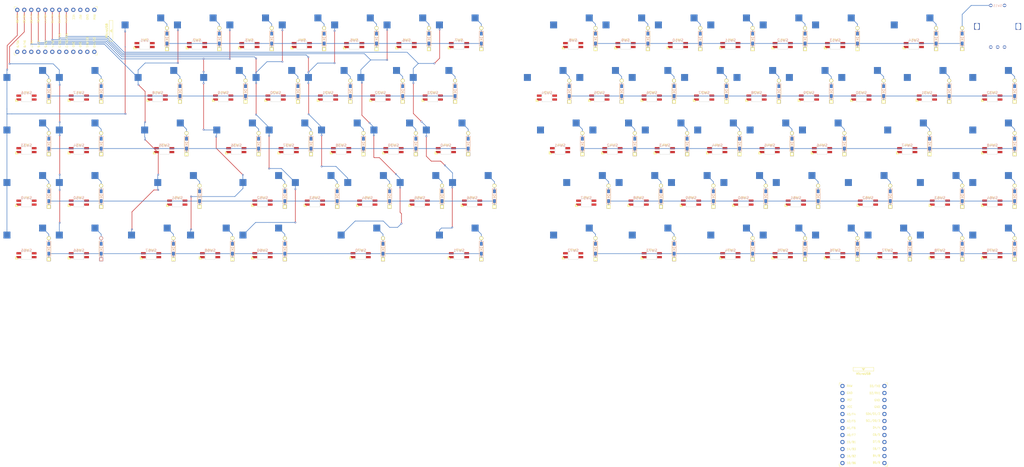
<source format=kicad_pcb>
(kicad_pcb (version 20240108) (generator "pcbnew") (generator_version "8.0")
  (layers (0 "F.Cu" signal) (31 "B.Cu" signal) (34 "B.Paste" user) (35 "F.Paste" user) (36 "B.SilkS" user "B.Silkscreen") (37 "F.SilkS" user "F.Silkscreen") (38 "B.Mask" user) (39 "F.Mask" user) (44 "Edge.Cuts" user))
  (net 0 "")
  (net 1 "Net-(D1-A)")
  (net 2 "row0")
  (net 3 "Net-(D2-A)")
  (net 4 "Net-(D3-A)")
  (net 5 "Net-(D4-A)")
  (net 6 "Net-(D5-A)")
  (net 7 "Net-(D6-A)")
  (net 8 "Net-(D7-A)")
  (net 9 "row5")
  (net 10 "Net-(D8-A)")
  (net 11 "Net-(D9-A)")
  (net 12 "Net-(D10-A)")
  (net 13 "Net-(D11-A)")
  (net 14 "Net-(D12-A)")
  (net 15 "Net-(D13-A)")
  (net 16 "Net-(D14-A)")
  (net 17 "Net-(D15-A)")
  (net 18 "Net-(D16-A)")
  (net 19 "row1")
  (net 20 "Net-(D17-A)")
  (net 21 "Net-(D18-A)")
  (net 22 "Net-(D19-A)")
  (net 23 "Net-(D20-A)")
  (net 24 "Net-(D21-A)")
  (net 25 "Net-(D22-A)")
  (net 26 "row6")
  (net 27 "Net-(D23-A)")
  (net 28 "Net-(D24-A)")
  (net 29 "Net-(D25-A)")
  (net 30 "Net-(D26-A)")
  (net 31 "Net-(D27-A)")
  (net 32 "Net-(D28-A)")
  (net 33 "Net-(D29-A)")
  (net 34 "Net-(D30-A)")
  (net 35 "row2")
  (net 36 "Net-(D31-A)")
  (net 37 "Net-(D32-A)")
  (net 38 "Net-(D33-A)")
  (net 39 "Net-(D34-A)")
  (net 40 "Net-(D35-A)")
  (net 41 "Net-(D36-A)")
  (net 42 "Net-(D37-A)")
  (net 43 "row7")
  (net 44 "Net-(D38-A)")
  (net 45 "Net-(D39-A)")
  (net 46 "Net-(D40-A)")
  (net 47 "Net-(D41-A)")
  (net 48 "Net-(D42-A)")
  (net 49 "Net-(D43-A)")
  (net 50 "Net-(D44-A)")
  (net 51 "Net-(D45-A)")
  (net 52 "row3")
  (net 53 "Net-(D46-A)")
  (net 54 "Net-(D47-A)")
  (net 55 "Net-(D48-A)")
  (net 56 "Net-(D49-A)")
  (net 57 "Net-(D50-A)")
  (net 58 "row8")
  (net 59 "Net-(D51-A)")
  (net 60 "Net-(D52-A)")
  (net 61 "Net-(D53-A)")
  (net 62 "Net-(D54-A)")
  (net 63 "Net-(D55-A)")
  (net 64 "Net-(D56-A)")
  (net 65 "Net-(D57-A)")
  (net 66 "Net-(D58-A)")
  (net 67 "Net-(D59-A)")
  (net 68 "row4")
  (net 69 "Net-(D60-A)")
  (net 70 "Net-(D61-A)")
  (net 71 "Net-(D62-A)")
  (net 72 "Net-(D63-A)")
  (net 73 "Net-(D72-K)")
  (net 74 "Net-(D64-A)")
  (net 75 "Net-(D65-A)")
  (net 76 "Net-(D66-A)")
  (net 77 "Net-(D67-A)")
  (net 78 "Net-(D68-A)")
  (net 79 "Net-(D69-A)")
  (net 80 "Net-(D70-A)")
  (net 81 "Net-(D71-A)")
  (net 82 "Net-(D72-A)")
  (net 83 "Net-(D73-A)")
  (net 84 "Net-(D74-A)")
  (net 85 "Net-(D75-A)")
  (net 86 "Net-(D76-A)")
  (net 87 "Net-(D77-A)")
  (net 88 "Net-(D78-A)")
  (net 89 "Net-(D79-A)")
  (net 90 "col0")
  (net 91 "col2")
  (net 92 "col3")
  (net 93 "col4")
  (net 94 "col5")
  (net 95 "col6")
  (net 96 "col7")
  (net 97 "col_r_7")
  (net 98 "col_r_6")
  (net 99 "col_r_5")
  (net 100 "col_r_4")
  (net 101 "col_r_3")
  (net 102 "col_r_2")
  (net 103 "col_r_1")
  (net 104 "col_r_0")
  (net 105 "col_r_8")
  (net 106 "col1")
  (net 107 "OLED_SCL")
  (net 114 "OLED_SDA")
  (net 126 "row9")
  (net 131 "GND")
  (net 132 "Net-(LED1-DOUT)")
  (net 133 "VCC")
  (net 134 "Net-(LED2-DOUT)")
  (net 135 "Net-(LED3-DOUT)")
  (net 136 "Net-(LED4-DOUT)")
  (net 137 "Net-(LED5-DOUT)")
  (net 138 "Net-(LED6-DOUT)")
  (net 139 "Net-(LED7-DOUT)")
  (net 140 "Net-(LED8-DOUT)")
  (net 141 "Net-(LED10-DIN)")
  (net 142 "Net-(LED10-DOUT)")
  (net 143 "Net-(LED11-DOUT)")
  (net 144 "Net-(LED12-DOUT)")
  (net 145 "Net-(LED13-DOUT)")
  (net 146 "Net-(LED14-DOUT)")
  (net 147 "Net-(LED15-DOUT)")
  (net 148 "Net-(LED16-DOUT)")
  (net 149 "Net-(LED17-DOUT)")
  (net 150 "Net-(LED18-DOUT)")
  (net 151 "Net-(LED19-DOUT)")
  (net 152 "Net-(LED20-DOUT)")
  (net 153 "Net-(LED21-DOUT)")
  (net 154 "Net-(LED22-DOUT)")
  (net 155 "Net-(LED23-DOUT)")
  (net 156 "Net-(LED24-DOUT)")
  (net 157 "Net-(LED25-DOUT)")
  (net 158 "Net-(LED26-DOUT)")
  (net 159 "Net-(LED26-DIN)")
  (net 160 "Net-(LED28-DOUT)")
  (net 161 "Net-(LED29-DOUT)")
  (net 162 "Net-(LED30-DOUT)")
  (net 163 "Net-(LED31-DOUT)")
  (net 164 "Net-(LED32-DOUT)")
  (net 165 "Net-(LED33-DOUT)")
  (net 166 "Net-(LED34-DOUT)")
  (net 167 "Net-(LED35-DIN)")
  (net 168 "Net-(LED35-DOUT)")
  (net 169 "Net-(LED37-DOUT)")
  (net 171 "Net-(LED39-DOUT)")
  (net 173 "Net-(LED40-DOUT)")
  (net 174 "Net-(LED41-DOUT)")
  (net 175 "Net-(LED42-DOUT)")
  (net 176 "Net-(LED43-DOUT)")
  (net 177 "Net-(LED44-DOUT)")
  (net 178 "Net-(LED45-DOUT)")
  (net 179 "Net-(LED46-DOUT)")
  (net 180 "Net-(LED47-DOUT)")
  (net 181 "Net-(LED48-DOUT)")
  (net 182 "Net-(LED49-DOUT)")
  (net 183 "Net-(LED50-DOUT)")
  (net 184 "Net-(LED51-DOUT)")
  (net 185 "Net-(LED52-DOUT)")
  (net 186 "Net-(LED53-DOUT)")
  (net 187 "Net-(LED54-DOUT)")
  (net 188 "Net-(LED55-DOUT)")
  (net 189 "Net-(LED55-DIN)")
  (net 190 "Net-(LED57-DOUT)")
  (net 191 "Net-(LED58-DOUT)")
  (net 192 "Net-(LED59-DOUT)")
  (net 193 "Net-(LED60-DOUT)")
  (net 194 "Net-(LED61-DOUT)")
  (net 195 "Net-(LED62-DOUT)")
  (net 196 "Net-(LED63-DOUT)")
  (net 197 "Net-(LED64-DOUT)")
  (net 198 "Net-(LED65-DIN)")
  (net 199 "Net-(LED65-DOUT)")
  (net 200 "Net-(LED67-DOUT)")
  (net 201 "Net-(LED68-DOUT)")
  (net 202 "Net-(LED69-DOUT)")
  (net 203 "Net-(LED70-DOUT)")
  (net 204 "Net-(LED71-DOUT)")
  (net 205 "Net-(LED72-DOUT)")
  (net 206 "Net-(LED73-DOUT)")
  (net 207 "Net-(LED74-DOUT)")
  (net 208 "Net-(LED75-DOUT)")
  (net 209 "Net-(LED76-DOUT)")
  (net 210 "Net-(LED77-DOUT)")
  (footprint "kbd:D3_TH_SMD" (layer "F.Cu") (at 391.509249 95.12995 90)
    (property "Reference" "D32" (hide yes))
    (property "Value" "1N4148WT" (hide yes))
  )
  (footprint "MX_Only:MXOnly-1U-Hotswap" (layer "F.Cu") (at 326.413 73.66)
    (property "Reference" "SW13")
    (property "Value" "SW_PUSH")
  )
  (footprint "kbd:D3_TH_SMD" (layer "F.Cu") (at 86.461999 152.27995 90)
    (property "Reference" "D67" (hide yes))
    (property "Value" "1N4148WT" (hide yes))
  )
  (footprint "kbd:SK6812MINI-E" (layer "F.Cu") (at 236.163 135.573)
    (property "Reference" "LED77")
    (property "Value" "YS-SK6812MINI-E" (hide yes))
    (fp_line (start -1.8 -1.55) (end 1.8 -1.55) (stroke (width 0.1)) (layer "Edge.Cuts"))
    (fp_line (start -1.8 1.55) (end -1.8 -1.55) (stroke (width 0.1)) (layer "Edge.Cuts"))
    (fp_line (start 1.8 -1.55) (end 1.8 1.55) (stroke (width 0.1)) (layer "Edge.Cuts"))
    (fp_line (start 1.8 1.55) (end -1.8 1.55) (stroke (width 0.1)) (layer "Edge.Cuts"))
  )
  (footprint "kbd:SK6812MINI-E" (layer "F.Cu") (at 33.17875 135.573)
    (property "Reference" "LED3")
    (property "Value" "YS-SK6812MINI-E" (hide yes))
    (fp_line (start -1.8 -1.55) (end 1.8 -1.55) (stroke (width 0.1)) (layer "Edge.Cuts"))
    (fp_line (start -1.8 1.55) (end -1.8 -1.55) (stroke (width 0.1)) (layer "Edge.Cuts"))
    (fp_line (start 1.8 -1.55) (end 1.8 1.55) (stroke (width 0.1)) (layer "Edge.Cuts"))
    (fp_line (start 1.8 1.55) (end -1.8 1.55) (stroke (width 0.1)) (layer "Edge.Cuts"))
  )
  (footprint "kbd:D3_TH_SMD" (layer "F.Cu") (at 60.274999 133.22995 90)
    (property "Reference" "D50" (hide yes))
    (property "Value" "1N4148WT" (hide yes))
  )
  (footprint "kbd:D3_TH_SMD" (layer "F.Cu") (at 268.034249 152.27995 90)
    (property "Reference" "D73" (hide yes))
    (property "Value" "1N4148WT" (hide yes))
  )
  (footprint "kbd:D3_TH_SMD" (layer "F.Cu") (at 329.759249 114.17995 90)
    (property "Reference" "D46" (hide yes))
    (property "Value" "1N4148WT" (hide yes))
  )
  (footprint "MX_Only:MXOnly-1U-Hotswap" (layer "F.Cu") (at 171.01575 73.66)
    (property "Reference" "SW6")
    (property "Value" "SW_PUSH")
  )
  (footprint "kbd:SK6812MINI-E" (layer "F.Cu") (at 147.26575 116.523)
    (property "Reference" "LED27")
    (property "Value" "YS-SK6812MINI-E" (hide yes))
    (fp_line (start -1.8 -1.55) (end 1.8 -1.55) (stroke (width 0.1)) (layer "Edge.Cuts"))
    (fp_line (start -1.8 1.55) (end -1.8 -1.55) (stroke (width 0.1)) (layer "Edge.Cuts"))
    (fp_line (start 1.8 -1.55) (end 1.8 1.55) (stroke (width 0.1)) (layer "Edge.Cuts"))
    (fp_line (start 1.8 1.55) (end -1.8 1.55) (stroke (width 0.1)) (layer "Edge.Cuts"))
  )
  (footprint "kbd:D3_TH_SMD" (layer "F.Cu") (at 155.361999 114.17995 90)
    (property "Reference" "D38" (hide yes))
    (property "Value" "1N4148WT" (hide yes))
  )
  (footprint "kbd:D3_TH_SMD" (layer "F.Cu") (at 334.509249 152.27995 90)
    (property "Reference" "D76" (hide yes))
    (property "Value" "1N4148WT" (hide yes))
  )
  (footprint "kbd:D3_TH_SMD" (layer "F.Cu") (at 296.509249 152.27995 90)
    (property "Reference" "D74" (hide yes))
    (property "Value" "1N4148WT" (hide yes))
  )
  (footprint "kbd:D3_TH_SMD" (layer "F.Cu") (at 126.861999 133.22995 90)
    (property "Reference" "D52" (hide yes))
    (property "Value" "1N4148WT" (hide yes))
  )
  (footprint "kbd:SK6812MINI-E" (layer "F.Cu") (at 255.163 135.573)
    (property "Reference" "LED70")
    (property "Value" "YS-SK6812MINI-E" (hide yes))
    (fp_line (start -1.8 -1.55) (end 1.8 -1.55) (stroke (width 0.1)) (layer "Edge.Cuts"))
    (fp_line (start -1.8 1.55) (end -1.8 -1.55) (stroke (width 0.1)) (layer "Edge.Cuts"))
    (fp_line (start 1.8 -1.55) (end 1.8 1.55) (stroke (width 0.1)) (layer "Edge.Cuts"))
    (fp_line (start 1.8 1.55) (end -1.8 1.55) (stroke (width 0.1)) (layer "Edge.Cuts"))
  )
  (footprint "kbd:D3_TH_SMD" (layer "F.Cu") (at 174.361999 114.17995 90)
    (property "Reference" "D39" (hide yes))
    (property "Value" "1N4148WT" (hide yes))
  )
  (footprint "kbd:D3_TH_SMD" (layer "F.Cu") (at 372.491 76.073 90)
    (property "Reference" "D15" (hide yes))
    (property "Value" "1N4148WT" (hide yes))
  )
  (footprint "kbd:SK6812MINI-E" (layer "F.Cu") (at 52.17875 116.523)
    (property "Reference" "LED7")
    (property "Value" "YS-SK6812MINI-E" (hide yes))
    (fp_line (start -1.8 -1.55) (end 1.8 -1.55) (stroke (width 0.1)) (layer "Edge.Cuts"))
    (fp_line (start -1.8 1.55) (end -1.8 -1.55) (stroke (width 0.1)) (layer "Edge.Cuts"))
    (fp_line (start 1.8 -1.55) (end 1.8 1.55) (stroke (width 0.1)) (layer "Edge.Cuts"))
    (fp_line (start 1.8 1.55) (end -1.8 1.55) (stroke (width 0.1)) (layer "Edge.Cuts"))
  )
  (footprint "kbd:D3_TH_SMD" (layer "F.Cu") (at 291.759249 114.17995 90)
    (property "Reference" "D44" (hide yes))
    (property "Value" "1N4148WT" (hide yes))
  )
  (footprint "MX_Only:MXOnly-1U-Hotswap" (layer "F.Cu") (at 52.17875 130.81)
    (property "Reference" "SW50")
    (property "Value" "SW_PUSH")
  )
  (footprint "MX_Only:MXOnly-1U-Hotswap" (layer "F.Cu") (at 297.913 92.71)
    (property "Reference" "SW28")
    (property "Value" "SW_PUSH")
  )
  (footprint "MX_Only:MXOnly-1U-Hotswap" (layer "F.Cu") (at 307.413 149.86)
    (property "Reference" "SW75")
    (property "Value" "SW_PUSH")
  )
  (footprint "kbd:D3_TH_SMD" (layer "F.Cu") (at 141.111999 76.07995 90)
    (property "Reference" "D4" (hide yes))
    (property "Value" "1N4148WT" (hide yes))
  )
  (footprint "MX_Only:MXOnly-1U-Hotswap" (layer "F.Cu") (at 95.01575 73.66)
    (property "Reference" "SW2")
    (property "Value" "SW_PUSH")
  )
  (footprint "MX_Only:MXOnly-1U-Hotswap" (layer "F.Cu") (at 161.51575 92.71)
    (property "Reference" "SW22")
    (property "Value" "SW_PUSH")
  )
  (footprint "kbd:D3_TH_SMD" (layer "F.Cu") (at 272.759249 114.17995 90)
    (property "Reference" "D43" (hide yes))
    (property "Value" "1N4148WT" (hide yes))
  )
  (footprint "MX_Only:MXOnly-1U-Hotswap" (layer "F.Cu") (at 137.76575 130.81)
    (property "Reference" "SW53")
    (property "Value" "SW_PUSH")
  )
  (footprint "MX_Only:MXOnly-1U-Hotswap" (layer "F.Cu") (at 52.17875 149.86)
    (property "Reference" "SW66")
    (property "Value" "SW_PUSH")
  )
  (footprint "kbd:SK6812MINI-E" (layer "F.Cu") (at 175.76575 135.573)
    (property "Reference" "LED32")
    (property "Value" "YS-SK6812MINI-E" (hide yes))
    (fp_line (start -1.8 -1.55) (end 1.8 -1.55) (stroke (width 0.1)) (layer "Edge.Cuts"))
    (fp_line (start -1.8 1.55) (end -1.8 -1.55) (stroke (width 0.1)) (layer "Edge.Cuts"))
    (fp_line (start 1.8 -1.55) (end 1.8 1.55) (stroke (width 0.1)) (layer "Edge.Cuts"))
    (fp_line (start 1.8 1.55) (end -1.8 1.55) (stroke (width 0.1)) (layer "Edge.Cuts"))
  )
  (footprint "kbd:D3_TH_SMD" (layer "F.Cu") (at 234.759249 114.17995 90)
    (property "Reference" "D41" (hide yes))
    (property "Value" "1N4148WT" (hide yes))
  )
  (footprint "kbd:D3_TH_SMD" (layer "F.Cu") (at 84.111999 76.07995 90)
    (property "Reference" "D1" (hide yes))
    (property "Value" "1N4148WT" (hide yes))
  )
  (footprint "MX_Only:MXOnly-1.5U-Hotswap" (layer "F.Cu") (at 80.74075 92.71)
    (property "Reference" "SW18")
    (property "Value" "SW_PUSH")
  )
  (footprint "kbd:SK6812MINI-E" (layer "F.Cu") (at 190.01575 78.423)
    (property "Reference" "LED38")
    (property "Value" "YS-SK6812MINI-E" (hide yes))
    (fp_line (start -1.8 -1.55) (end 1.8 -1.55) (stroke (width 0.1)) (layer "Edge.Cuts"))
    (fp_line (start -1.8 1.55) (end -1.8 -1.55) (stroke (width 0.1)) (layer "Edge.Cuts"))
    (fp_line (start 1.8 -1.55) (end 1.8 1.55) (stroke (width 0.1)) (layer "Edge.Cuts"))
    (fp_line (start 1.8 1.55) (end -1.8 1.55) (stroke (width 0.1)) (layer "Edge.Cuts"))
  )
  (footprint "MX_Only:MXOnly-1U-Hotswap" (layer "F.Cu") (at 231.413 73.66)
    (property "Reference" "SW8")
    (property "Value" "SW_PUSH")
  )
  (footprint "MX_Only:MXOnly-1U-Hotswap" (layer "F.Cu") (at 259.913 92.71)
    (property "Reference" "SW26")
    (property "Value" "SW_PUSH")
  )
  (footprint "kbd:D3_TH_SMD" (layer "F.Cu") (at 296.509249 76.07995 90)
    (property "Reference" "D11" (hide yes))
    (property "Value" "1N4148WT" (hide yes))
  )
  (footprint "kbd:SK6812MINI-E" (layer "F.Cu") (at 78.36575 154.623)
    (property "Reference" "LED13")
    (property "Value" "YS-SK6812MINI-E" (hide yes))
    (fp_line (start -1.8 -1.55) (end 1.8 -1.55) (stroke (width 0.1)) (layer "Edge.Cuts"))
    (fp_line (start -1.8 1.55) (end -1.8 -1.55) (stroke (width 0.1)) (layer "Edge.Cuts"))
    (fp_line (start 1.8 -1.55) (end 1.8 1.55) (stroke (width 0.1)) (layer "Edge.Cuts"))
    (fp_line (start 1.8 1.55) (end -1.8 1.55) (stroke (width 0.1)) (layer "Edge.Cuts"))
  )
  (footprint "kbd:SK6812MINI-E" (layer "F.Cu") (at 161.51575 97.473)
    (property "Reference" "LED30")
    (property "Value" "YS-SK6812MINI-E" (hide yes))
    (fp_line (start -1.8 -1.55) (end 1.8 -1.55) (stroke (width 0.1)) (layer "Edge.Cuts"))
    (fp_line (start -1.8 1.55) (end -1.8 -1.55) (stroke (width 0.1)) (layer "Edge.Cuts"))
    (fp_line (start 1.8 -1.55) (end 1.8 1.55) (stroke (width 0.1)) (layer "Edge.Cuts"))
    (fp_line (start 1.8 1.55) (end -1.8 1.55) (stroke (width 0.1)) (layer "Edge.Cuts"))
  )
  (footprint "MX_Only:MXOnly-1U-Hotswap" (layer "F.Cu") (at 316.913 92.71)
    (property "Reference" "SW29")
    (property "Value" "SW_PUSH")
  )
  (footprint "kbd:D3_TH_SMD" (layer "F.Cu") (at 95.961999 133.22995 90)
    (property "Reference" "D51" (hide yes))
    (property "Value" "1N4148WT" (hide yes))
  )
  (footprint "MX_Only:MXOnly-1U-Hotswap" (layer "F.Cu") (at 226.663 111.76)
    (property "Reference" "SW41")
    (property "Value" "SW_PUSH")
  )
  (footprint "MX_Only:MXOnly-1U-Hotswap" (layer "F.Cu") (at 78.36575 149.86)
    (property "Reference" "SW67")
    (property "Value" "SW_PUSH")
  )
  (footprint "MX_Only:MXOnly-1U-Hotswap" (layer "F.Cu") (at 345.413 149.86)
    (property "Reference" "SW77")
    (property "Value" "SW_PUSH")
  )
  (footprint "MX_Only:MXOnly-2U-Hotswap-ReversedStabilizers" (layer "F.Cu") (at 259.938 149.86)
    (property "Reference" "SW73")
    (property "Value" "SW_PUSH")
  )
  (footprint "kbd:SK6812MINI-E" (layer "F.Cu") (at 133.01575 78.423)
    (property "Reference" "LED28")
    (property "Value" "YS-SK6812MINI-E" (hide yes))
    (fp_line (start -1.8 -1.55) (end 1.8 -1.55) (stroke (width 0.1)) (layer "Edge.Cuts"))
    (fp_line (start -1.8 1.55) (end -1.8 -1.55) (stroke (width 0.1)) (layer "Edge.Cuts"))
    (fp_line (start 1.8 -1.55) (end 1.8 1.55) (stroke (width 0.1)) (layer "Edge.Cuts"))
    (fp_line (start 1.8 1.55) (end -1.8 1.55) (stroke (width 0.1)) (layer "Edge.Cuts"))
  )
  (footprint "kbd:SK6812MINI-E" (layer "F.Cu") (at 259.938 154.623)
    (property "Reference" "LED71")
    (property "Value" "YS-SK6812MINI-E" (hide yes))
    (fp_line (start -1.8 -1.55) (end 1.8 -1.55) (stroke (width 0.1)) (layer "Edge.Cuts"))
    (fp_line (start -1.8 1.55) (end -1.8 -1.55) (stroke (width 0.1)) (layer "Edge.Cuts"))
    (fp_line (start 1.8 -1.55) (end 1.8 1.55) (stroke (width 0.1)) (layer "Edge.Cuts"))
    (fp_line (start 1.8 1.55) (end -1.8 1.55) (stroke (width 0.1)) (layer "Edge.Cuts"))
  )
  (footprint "MX_Only:MXOnly-1U-Hotswap" (layer "F.Cu") (at 264.663 111.76)
    (property "Reference" "SW43")
    (property "Value" "SW_PUSH")
  )
  (footprint "kbd:D3_TH_SMD" (layer "F.Cu") (at 282.259249 133.22995 90)
    (property "Reference" "D59" (hide yes))
    (property "Value" "1N4148WT" (hide yes))
  )
  (footprint "kbd:D3_TH_SMD" (layer "F.Cu") (at 258.509249 76.07995 90)
    (property "Reference" "D9" (hide yes))
    (property "Value" "1N4148WT" (hide yes))
  )
  (footprint "kbd:D3_TH_SMD" (layer "F.Cu") (at 122.111999 76.07995 90)
    (property "Reference" "D3" (hide yes))
    (property "Value" "1N4148WT" (hide yes))
  )
  (footprint "MX_Only:MXOnly-2.75U-Hotswap-ReversedStabilizers" (layer "F.Cu") (at 154.36575 149.86)
    (property "Reference" "SW70")
    (property "Value" "SW_PUSH")
  )
  (footprint "MX_Only:MXOnly-1U-Hotswap" (layer "F.Cu") (at 99.76575 149.86)
    (property "Reference" "SW68")
    (property "Value" "SW_PUSH")
  )
  (footprint "kbd:D3_TH_SMD" (layer "F.Cu") (at 253.759249 114.17995 90)
    (property "Reference" "D42" (hide yes))
    (property "Value" "1N4148WT" (hide yes))
  )
  (footprint "MX_Only:MXOnly-1U-Hotswap" (layer "F.Cu") (at 180.51575 92.71)
    (property "Reference" "SW23")
    (property "Value" "SW_PUSH")
  )
  (footprint "kbd:SK6812MINI-E" (layer "F.Cu") (at 180.51575 97.473)
    (property "Reference" "LED35")
    (property "Value" "YS-SK6812MINI-E" (hide yes))
    (fp_line (start -1.8 -1.55) (end 1.8 -1.55) (stroke (width 0.1)) (layer "Edge.Cuts"))
    (fp_line (start -1.8 1.55) (end -1.8 -1.55) (stroke (width 0.1)) (layer "Edge.Cuts"))
    (fp_line (start 1.8 -1.55) (end 1.8 1.55) (stroke (width 0.1)) (layer "Edge.Cuts"))
    (fp_line (start 1.8 1.55) (end -1.8 1.55) (stroke (width 0.1)) (layer "Edge.Cuts"))
  )
  (footprint "MX_Only:MXOnly-1U-Hotswap" (layer "F.Cu") (at 326.413 149.86)
    (property "Reference" "SW76")
    (property "Value" "SW_PUSH")
  )
  (footprint "kbd:D3_TH_SMD" (layer "F.Cu") (at 391.509249 133.22995 90)
    (property "Reference" "D64" (hide yes))
    (property "Value" "1N4148WT" (hide yes))
  )
  (footprint "kbd:D3_TH_SMD" (layer "F.Cu") (at 188.611999 95.12995 90)
    (property "Reference" "D23" (hide yes))
    (property "Value" "1N4148WT" (hide yes))
  )
  (footprint "MX_Only:MXOnly-1U-Hotswap" (layer "F.Cu") (at 221.913 92.71)
    (property "Reference" "SW24")
    (property "Value" "SW_PUSH")
  )
  (footprint "kbd:D3_TH_SMD" (layer "F.Cu") (at 41.274999 114.17995 90)
    (property "Reference" "D33" (hide yes))
    (property "Value" "1N4148WT" (hide yes))
  )
  (footprint "kbd:SK6812MINI-E" (layer "F.Cu") (at 152.01575 78.423)
    (property "Reference" "LED29")
    (property "Value" "YS-SK6812MINI-E" (hide yes))
    (fp_line (start -1.8 -1.55) (end 1.8 -1.55) (stroke (width 0.1)) (layer "Edge.Cuts"))
    (fp_line (start -1.8 1.55) (end -1.8 -1.55) (stroke (width 0.1)) (layer "Edge.Cuts"))
    (fp_line (start 1.8 -1.55) (end 1.8 1.55) (stroke (width 0.1)) (layer "Edge.Cuts"))
    (fp_line (start 1.8 1.55) (end -1.8 1.55) (stroke (width 0.1)) (layer "Edge.Cuts"))
  )
  (footprint "kbd:SK6812MINI-E" (layer "F.Cu") (at 288.413 78.423)
    (property "Reference" "LED58")
    (property "Value" "YS-SK6812MINI-E" (hide yes))
    (fp_line (start -1.8 -1.55) (end 1.8 -1.55) (stroke (width 0.1)) (layer "Edge.Cuts"))
    (fp_line (start -1.8 1.55) (end -1.8 -1.55) (stroke (width 0.1)) (layer "Edge.Cuts"))
    (fp_line (start 1.8 -1.55) (end 1.8 1.55) (stroke (width 0.1)) (layer "Edge.Cuts"))
    (fp_line (start 1.8 1.55) (end -1.8 1.55) (stroke (width 0.1)) (layer "Edge.Cuts"))
  )
  (footprint "kbd:SK6812MINI-E" (layer "F.Cu") (at 83.11575 116.523)
    (property "Reference" "LED11")
    (property "Value" "YS-SK6812MINI-E" (hide yes))
    (fp_line (start -1.8 -1.55) (end 1.8 -1.55) (stroke (width 0.1)) (layer "Edge.Cuts"))
    (fp_line (start -1.8 1.55) (end -1.8 -1.55) (stroke (width 0.1)) (layer "Edge.Cuts"))
    (fp_line (start 1.8 -1.55) (end 1.8 1.55) (stroke (width 0.1)) (layer "Edge.Cuts"))
    (fp_line (start 1.8 1.55) (end -1.8 1.55) (stroke (width 0.1)) (layer "Edge.Cuts"))
  )
  (footprint "kbd:SK6812MINI-E" (layer "F.Cu") (at 326.413 154.623)
    (property "Reference" "LED52")
    (property "Value" "YS-SK6812MINI-E" (hide yes))
    (fp_line (start -1.8 -1.55) (end 1.8 -1.55) (stroke (width 0.1)) (layer "Edge.Cuts"))
    (fp_line (start -1.8 1.55) (end -1.8 -1.55) (stroke (width 0.1)) (layer "Edge.Cuts"))
    (fp_line (start 1.8 -1.55) (end 1.8 1.55) (stroke (width 0.1)) (layer "Edge.Cuts"))
    (fp_line (start 1.8 1.55) (end -1.8 1.55) (stroke (width 0.1)) (layer "Edge.Cuts"))
  )
  (footprint "MX_Only:MXOnly-1U-Hotswap" (layer "F.Cu") (at 269.413 73.66)
    (property "Reference" "SW10")
    (property "Value" "SW_PUSH")
  )
  (footprint "MX_Only:MXOnly-1U-Hotswap" (layer "F.Cu") (at 383.413 149.86)
    (property "Reference" "SW79")
    (property "Value" "SW_PUSH")
  )
  (footprint "kbd:SK6812MINI-E" (layer "F.Cu") (at 302.663 116.523)
    (property "Reference" "LED60")
    (property "Value" "YS-SK6812MINI-E" (hide yes))
    (fp_line (start -1.8 -1.55) (end 1.8 -1.55) (stroke (width 0.1)) (layer "Edge.Cuts"))
    (fp_line (start -1.8 1.55) (end -1.8 -1.55) (stroke (width 0.1)) (layer "Edge.Cuts"))
    (fp_line (start 1.8 -1.55) (end 1.8 1.55) (stroke (width 0.1)) (layer "Edge.Cuts"))
    (fp_line (start 1.8 1.55) (end -1.8 1.55) (stroke (width 0.1)) (layer "Edge.Cuts"))
  )
  (footprint "MX_Only:MXOnly-1U-Hotswap" (layer "F.Cu") (at 364.413 149.86)
    (property "Reference" "SW78")
    (property "Value" "SW_PUSH")
  )
  (footprint "kbd:D3_TH_SMD" (layer "F.Cu") (at 239.509249 76.07995 90)
    (property "Reference" "D8" (hide yes))
    (property "Value" "1N4148WT" (hide yes))
  )
  (footprint "kbd:D3_TH_SMD" (layer "F.Cu") (at 310.759249 114.17995 90)
    (property "Reference" "D45" (hide yes))
    (property "Value" "1N4148WT" (hide yes))
  )
  (footprint "kbd:SK6812MINI-E" (layer "F.Cu") (at 226.663 116.523)
    (property "Reference" "LED76")
    (property "Value" "YS-SK6812MINI-E" (hide yes))
    (fp_line (start -1.8 -1.55) (end 1.8 -1.55) (stroke (width 0.1)) (layer "Edge.Cuts"))
    (fp_line (start -1.8 1.55) (end -1.8 -1.55) (stroke (width 0.1)) (layer "Edge.Cuts"))
    (fp_line (start 1.8 -1.55) (end 1.8 1.55) (stroke (width 0.1)) (layer "Edge.Cuts"))
    (fp_line (start 1.8 1.55) (end -1.8 1.55) (stroke (width 0.1)) (layer "Edge.Cuts"))
  )
  (footprint "kbd:SK6812MINI-E" (layer "F.Cu") (at 359.688 97.473)
    (property "Reference" "LED46")
    (property "Value" "YS-SK6812MINI-E" (hide yes))
    (fp_line (start -1.8 -1.55) (end 1.8 -1.55) (stroke (width 0.1)) (layer "Edge.Cuts"))
    (fp_line (start -1.8 1.55) (end -1.8 -1.55) (stroke (width 0.1)) (layer "Edge.Cuts"))
    (fp_line (start 1.8 -1.55) (end 1.8 1.55) (stroke (width 0.1)) (layer "Edge.Cuts"))
    (fp_line (start 1.8 1.55) (end -1.8 1.55) (stroke (width 0.1)) (layer "Edge.Cuts"))
  )
  (footprint "kbd:D3_TH_SMD" (layer "F.Cu") (at 41.274999 152.27995 90)
    (property "Reference" "D65" (hide yes))
    (property "Value" "1N4148WT" (hide yes))
  )
  (footprint "kbd:SK6812MINI-E" (layer "F.Cu") (at 171.01575 78.423)
    (property "Reference" "LED37")
    (property "Value" "YS-SK6812MINI-E" (hide yes))
    (fp_line (start -1.8 -1.55) (end 1.8 -1.55) (stroke (width 0.1)) (layer "Edge.Cuts"))
    (fp_line (start -1.8 1.55) (end -1.8 -1.55) (stroke (width 0.1)) (layer "Edge.Cuts"))
    (fp_line (start 1.8 -1.55) (end 1.8 1.55) (stroke (width 0.1)) (layer "Edge.Cuts"))
    (fp_line (start 1.8 1.55) (end -1.8 1.55) (stroke (width 0.1)) (layer "Edge.Cuts"))
  )
  (footprint "kbd:D3_TH_SMD" (layer "F.Cu") (at 162.461999 152.27995 90)
    (property "Reference" "D70" (hide yes))
    (property "Value" "1N4148WT" (hide yes))
  )
  (footprint "MX_Only:MXOnly-1U-Hotswap" (layer "F.Cu") (at 33.17875 92.71)
    (property "Reference" "SW16")
    (property "Value" "SW_PUSH")
  )
  (footprint "kbd:D3_TH_SMD" (layer "F.Cu") (at 230.009249 95.12995 90)
    (property "Reference" "D24" (hide yes))
    (property "Value" "1N4148WT" (hide yes))
  )
  (footprint "MX_Only:MXOnly-1U-Hotswap" (layer "F.Cu") (at 33.17875 149.86)
    (property "Reference" "SW65")
    (property "Value" "SW_PUSH")
  )
  (footprint "MX_Only:MXOnly-1U-Hotswap" (layer "F.Cu") (at 255.163 130.81)
    (property "Reference" "SW58")
    (property "Value" "SW_PUSH")
  )
  (footprint "kbd:D3_TH_SMD" (layer "F.Cu") (at 268.009249 95.12995 90)
    (property "Reference" "D26" (hide yes))
    (property "Value" "1N4148WT" (hide yes))
  )
  (footprint "kbd:SK6812MINI-E" (layer "F.Cu") (at 259.913 97.473)
    (property "Reference" "LED68")
    (property "Value" "YS-SK6812MINI-E" (hide yes))
    (fp_line (start -1.8 -1.55) (end 1.8 -1.55) (stroke (width 0.1)) (layer "Edge.Cuts"))
    (fp_line (start -1.8 1.55) (end -1.8 -1.55) (stroke (width 0.1)) (layer "Edge.Cuts"))
    (fp_line (start 1.8 -1.55) (end 1.8 1.55) (stroke (width 0.1)) (layer "Edge.Cuts"))
    (fp_line (start 1.8 1.55) (end -1.8 1.55) (stroke (width 0.1)) (layer "Edge.Cuts"))
  )
  (footprint "kbd:SK6812MINI-E" (layer "F.Cu") (at 352.563 116.523)
    (property "Reference" "LED45")
    (property "Value" "YS-SK6812MINI-E" (hide yes))
    (fp_line (start -1.8 -1.55) (end 1.8 -1.55) (stroke (width 0.1)) (layer "Edge.Cuts"))
    (fp_line (start -1.8 1.55) (end -1.8 -1.55) (stroke (width 0.1)) (layer "Edge.Cuts"))
    (fp_line (start 1.8 -1.55) (end 1.8 1.55) (stroke (width 0.1)) (layer "Edge.Cuts"))
    (fp_line (start 1.8 1.55) (end -1.8 1.55) (stroke (width 0.1)) (layer "Edge.Cuts"))
  )
  (footprint "kbd:SK6812MINI-E" (layer "F.Cu") (at 338.313 135.573)
    (property "Reference" "LED50")
    (property "Value" "YS-SK6812MINI-E" (hide yes))
    (fp_line (start -1.8 -1.55) (end 1.8 -1.55) (stroke (width 0.1)) (layer "Edge.Cuts"))
    (fp_line (start -1.8 1.55) (end -1.8 -1.55) (stroke (width 0.1)) (layer "Edge.Cuts"))
    (fp_line (start 1.8 -1.55) (end 1.8 1.55) (stroke (width 0.1)) (layer "Edge.Cuts"))
    (fp_line (start 1.8 1.55) (end -1.8 1.55) (stroke (width 0.1)) (layer "Edge.Cuts"))
  )
  (footprint "kbd:SK6812MINI-E" (layer "F.Cu") (at 99.76575 154.623)
    (property "Reference" "LED14")
    (property "Value" "YS-SK6812MINI-E" (hide yes))
    (fp_line (start -1.8 -1.55) (end 1.8 -1.55) (stroke (width 0.1)) (layer "Edge.Cuts"))
    (fp_line (start -1.8 1.55) (end -1.8 -1.55) (stroke (width 0.1)) (layer "Edge.Cuts"))
    (fp_line (start 1.8 -1.55) (end 1.8 1.55) (stroke (width 0.1)) (layer "Edge.Cuts"))
    (fp_line (start 1.8 1.55) (end -1.8 1.55) (stroke (width 0.1)) (layer "Edge.Cuts"))
  )
  (footprint "kbd:SK6812MINI-E" (layer "F.Cu") (at 33.17875 97.473)
    (property "Reference" "LED1")
    (property "Value" "YS-SK6812MINI-E" (hide yes))
    (fp_line (start -1.8 -1.55) (end 1.8 -1.55) (stroke (width 0.1)) (layer "Edge.Cuts"))
    (fp_line (start -1.8 1.55) (end -1.8 -1.55) (stroke (width 0.1)) (layer "Edge.Cuts"))
    (fp_line (start 1.8 -1.55) (end 1.8 1.55) (stroke (width 0.1)) (layer "Edge.Cuts"))
    (fp_line (start 1.8 1.55) (end -1.8 1.55) (stroke (width 0.1)) (layer "Edge.Cuts"))
  )
  (footprint "kbd:D3_TH_SMD" (layer "F.Cu") (at 179.111999 76.07995 90)
    (property "Reference" "D6" (hide yes))
    (property "Value" "1N4148WT" (hide yes))
  )
  (footprint "kbd:D3_TH_SMD" (layer "F.Cu") (at 363.034249 76.07995 90)
    (property "Reference" "D14" (hide yes))
    (property "Value" "1N4148WT" (hide yes))
  )
  (footprint "MX_Only:MXOnly-1U-Hotswap" (layer "F.Cu") (at 236.163 130.81)
    (property "Reference" "SW57")
    (property "Value" "SW_PUSH")
  )
  (footprint "kbd:SK6812MINI-E" (layer "F.Cu") (at 288.413 154.623)
    (property "Reference" "LED62")
    (property "Value" "YS-SK6812MINI-E" (hide yes))
    (fp_line (start -1.8 -1.55) (end 1.8 -1.55) (stroke (width 0.1)) (layer "Edge.Cuts"))
    (fp_line (start -1.8 1.55) (end -1.8 -1.55) (stroke (width 0.1)) (layer "Edge.Cuts"))
    (fp_line (start 1.8 -1.55) (end 1.8 1.55) (stroke (width 0.1)) (layer "Edge.Cuts"))
    (fp_line (start 1.8 1.55) (end -1.8 1.55) (stroke (width 0.1)) (layer "Edge.Cuts"))
  )
  (footprint "kbd:SK6812MINI-E" (layer "F.Cu") (at 264.663 116.523)
    (property "Reference" "LED69")
    (property "Value" "YS-SK6812MINI-E" (hide yes))
    (fp_line (start -1.8 -1.55) (end 1.8 -1.55) (stroke (width 0.1)) (layer "Edge.Cuts"))
    (fp_line (start -1.8 1.55) (end -1.8 -1.55) (stroke (width 0.1)) (layer "Edge.Cuts"))
    (fp_line (start 1.8 -1.55) (end 1.8 1.55) (stroke (width 0.1)) (layer "Edge.Cuts"))
    (fp_line (start 1.8 1.55) (end -1.8 1.55) (stroke (width 0.1)) (layer "Edge.Cuts"))
  )
  (footprint "kbd:SK6812MINI-E" (layer "F.Cu") (at 283.663 116.523)
    (property "Reference" "LED64")
    (property "Value" "YS-SK6812MINI-E" (hide yes))
    (fp_line (start -1.8 -1.55) (end 1.8 -1.55) (stroke (width 0.1)) (layer "Edge.Cuts"))
    (fp_line (start -1.8 1.55) (end -1.8 -1.55) (stroke (width 0.1)) (layer "Edge.Cuts"))
    (fp_line (start 1.8 -1.55) (end 1.8 1.55) (stroke (width 0.1)) (layer "Edge.Cuts"))
    (fp_line (start 1.8 1.55) (end -1.8 1.55) (stroke (width 0.1)) (layer "Edge.Cuts"))
  )
  (footprint "kbd:D3_TH_SMD" (layer "F.Cu") (at 315.509249 76.07995 90)
    (property "Reference" "D12" (hide yes))
    (property "Value" "1N4148WT" (hide yes))
  )
  (footprint "MX_Only:MXOnly-1U-Hotswap" (layer "F.Cu") (at 274.163 130.81)
    (property "Reference" "SW59")
    (property "Value" "SW_PUSH")
  )
  (footprint "MX_Only:MXOnly-1U-Hotswap" (layer "F.Cu") (at 383.413 130.81)
    (property "Reference" "SW64")
    (property "Value" "SW_PUSH")
  )
  (footprint "MX_Only:MXOnly-2U-Hotswap" (layer "F.Cu") (at 354.938 73.66)
    (property "Reference" "SW14")
    (property "Value" "SW_PUSH")
  )
  (footprint "kbd:SK6812MINI-E" (layer "F.Cu") (at 104.51575 97.473)
    (property "Reference" "LED18")
    (property "Value" "YS-SK6812MINI-E" (hide yes))
    (fp_line (start -1.8 -1.55) (end 1.8 -1.55) (stroke (width 0.1)) (layer "Edge.Cuts"))
    (fp_line (start -1.8 1.55) (end -1.8 -1.55) (stroke (width 0.1)) (layer "Edge.Cuts"))
    (fp_line (start 1.8 -1.55) (end 1.8 1.55) (stroke (width 0.1)) (layer "Edge.Cuts"))
    (fp_line (start 1.8 1.55) (end -1.8 1.55) (stroke (width 0.1)) (layer "Edge.Cuts"))
  )
  (footprint "MX_Only:MXOnly-1U-Hotswap" (layer "F.Cu") (at 364.413 130.81)
    (property "Reference" "SW63")
    (property "Value" "SW_PUSH")
  )
  (footprint "kbd:D3_TH_SMD" (layer "F.Cu") (at 117.361999 114.17995 90)
    (property "Reference" "D36" (hide yes))
    (property "Value" "1N4148WT" (hide yes))
  )
  (footprint "kbd:D3_TH_SMD" (layer "F.Cu") (at 325.009249 95.12995 90)
    (property "Reference" "D29" (hide yes))
    (property "Value" "1N4148WT" (hide yes))
  )
  (footprint "MX_Only:MXOnly-1U-Hotswap" (layer "F.Cu") (at 147.26575 111.76)
    (property "Reference" "SW38")
    (property "Value" "SW_PUSH")
  )
  (footprint "MX_Only:MXOnly-1U-Hotswap" (layer "F.Cu") (at 118.76575 149.86)
    (property "Reference" "SW69")
    (property "Value" "SW_PUSH")
  )
  (footprint "kbd:D3_TH_SMD" (layer "F.Cu") (at 126.861999 152.27995 90)
    (property "Reference" "D69" (hide yes))
    (property "Value" "1N4148WT" (hide yes))
  )
  (footprint "MX_Only:MXOnly-1U-Hotswap" (layer "F.Cu") (at 293.163 130.81)
    (property "Reference" "SW60")
    (property "Value" "SW_PUSH")
  )
  (footprint "kbd:SK6812MINI-E" (layer "F.Cu") (at 231.413 78.423)
    (property "Reference" "LED74")
    (property "Value" "YS-SK6812MINI-E" (hide yes))
    (fp_line (start -1.8 -1.55) (end 1.8 -1.55) (stroke (width 0.1)) (layer "Edge.Cuts"))
    (fp_line (start -1.8 1.55) (end -1.8 -1.55) (stroke (width 0.1)) (layer "Edge.Cuts"))
    (fp_line (start 1.8 -1.55) (end 1.8 1.55) (stroke (width 0.1)) (layer "Edge.Cuts"))
    (fp_line (start 1.8 1.55) (end -1.8 1.55) (stroke (width 0.1)) (layer "Edge.Cuts"))
  )
  (footprint "MX_Only:MXOnly-1U-Hotswap" (layer "F.Cu") (at 250.413 73.66)
    (property "Reference" "SW9")
    (property "Value" "SW_PUSH")
  )
  (footprint "MX_Only:MXOnly-2.25U-Hotswap" (layer "F.Cu") (at 87.86575 130.81)
    (property "Reference" "SW51")
    (property "Value" "SW_PUSH")
  )
  (footprint "kbd:D3_TH_SMD" (layer "F.Cu") (at 131.611999 95.12995 90)
    (property "Reference" "D20" (hide yes))
    (property "Value" "1N4148WT" (hide yes))
  )
  (footprint "kbd:SK6812MINI-E" (layer "F.Cu") (at 154.36575 154.623)
    (property "Reference" "LED24")
    (property "Value" "YS-SK6812MINI-E" (hide yes))
    (fp_line (start -1.8 -1.55) (end 1.8 -1.55) (stroke (width 0.1)) (layer "Edge.Cuts"))
    (fp_line (start -1.8 1.55) (end -1.8 -1.55) (stroke (width 0.1)) (layer "Edge.Cuts"))
    (fp_line (start 1.8 -1.55) (end 1.8 1.55) (stroke (width 0.1)) (layer "Edge.Cuts"))
    (fp_line (start 1.8 1.55) (end -1.8 1.55) (stroke (width 0.1)) (layer "Edge.Cuts"))
  )
  (footprint "MX_Only:MXOnly-1U-Hotswap" (layer "F.Cu") (at 307.413 73.66)
    (property "Reference" "SW12")
    (property "Value" "SW_PUSH")
  )
  (footprint "kbd:SK6812MINI-E" (layer "F.Cu") (at 274.163 135.573)
    (property "Reference" "LED63")
    (property "Value" "YS-SK6812MINI-E" (hide yes))
    (fp_line (start -1.8 -1.55) (end 1.8 -1.55) (stroke (width 0.1)) (layer "Edge.Cuts"))
    (fp_line (start -1.8 1.55) (end -1.8 -1.55) (stroke (width 0.1)) (layer "Edge.Cuts"))
    (fp_line (start 1.8 -1.55) (end 1.8 1.55) (stroke (width 0.1)) (layer "Edge.Cuts"))
    (fp_line (start 1.8 1.55) (end -1.8 1.55) (stroke (width 0.1)) (layer "Edge.Cuts"))
  )
  (footprint "kbd:SK6812MINI-E" (layer "F.Cu") (at 293.163 135.573)
    (property "Reference" "LED61")
    (property "Value" "YS-SK6812MINI-E" (hide yes))
    (fp_line (start -1.8 -1.55) (end 1.8 -1.55) (stroke (width 0.1)) (layer "Edge.Cuts"))
    (fp_line (start -1.8 1.55) (end -1.8 -1.55) (stroke (width 0.1)) (layer "Edge.Cuts"))
    (fp_line (start 1.8 -1.55) (end 1.8 1.55) (stroke (width 0.1)) (layer "Edge.Cuts"))
    (fp_line (start 1.8 1.55) (end -1.8 1.55) (stroke (width 0.1)) (layer "Edge.Cuts"))
  )
  (footprint "kbd:SK6812MINI-E" (layer "F.Cu") (at 33.17875 116.523)
    (property "Reference" "LED2")
    (property "Value" "YS-SK6812MINI-E" (hide yes))
    (fp_line (start -1.8 -1.55) (end 1.8 -1.55) (stroke (width 0.1)) (layer "Edge.Cuts"))
    (fp_line (start -1.8 1.55) (end -1.8 -1.55) (stroke (width 0.1)) (layer "Edge.Cuts"))
    (fp_line (start 1.8 -1.55) (end 1.8 1.55) (stroke (width 0.1)) (layer "Edge.Cuts"))
    (fp_line (start 1.8 1.55) (end -1.8 1.55) (stroke (width 0.1)) (layer "Edge.Cuts"))
  )
  (footprint "MX_Only:MXOnly-1U-Hotswap" (layer "F.Cu") (at 33.17875 130.81)
    (property "Reference" "SW49")
    (property "Value" "SW_PUSH")
  )
  (footprint "kbd:D3_TH_SMD" (layer "F.Cu") (at 360.659249 114.17995 90)
    (property "Reference" "D47" (hide yes))
    (property "Value" "1N4148WT" (hide yes))
  )
  (footprint "MX_Only:MXOnly-1U-Hotswap" (layer "F.Cu") (at 278.913 92.71)
    (property "Reference" "SW27")
    (property "Value" "SW_PUSH")
  )
  (footprint "kbd:SK6812MINI-E" (layer "F.Cu") (at 114.01575 78.423)
    (property "Reference" "LED20")
    (property "Value" "YS-SK6812MINI-E" (hide yes))
    (fp_line (start -1.8 -1.55) (end 1.8 -1.55) (stroke (width 0.1)) (layer "Edge.Cuts"))
    (fp_line (start -1.8 1.55) (end -1.8 -1.55) (stroke (width 0.1)) (layer "Edge.Cuts"))
    (fp_line (start 1.8 -1.55) (end 1.8 1.55) (stroke (width 0.1)) (layer "Edge.Cuts"))
    (fp_line (start 1.8 1.55) (end -1.8 1.55) (stroke (width 0.1)) (layer "Edge.Cuts"))
  )
  (footprint "MX_Only:MXOnly-1U-Hotswap" (layer "F.Cu") (at 194.76575 130.81)
    (property "Reference" "SW56")
    (property "Value" "SW_PUSH")
  )
  (footprint "kbd:D3_TH_SMD" (layer "F.Cu") (at 346.409249 133.22995 90)
    (property "Reference" "D62" (hide yes))
    (property "Value" "1N4148WT" (hide yes))
  )
  (footprint "MX_Only:MXOnly-1U-Hotswap" (layer "F.Cu") (at 190.01575 73.66)
    (property "Reference" "SW7")
    (property "Value" "SW_PUSH")
  )
  (footprint "kbd:D3_TH_SMD" (layer "F.Cu") (at 391.509249 114.17995 90)
    (property "Reference" "D48" (hide yes))
    (property "Value" "1N4148WT" (hide yes))
  )
  (footprint "MX_Only:MXOnly-1U-Hotswap" (layer "F.Cu") (at 166.26575 111.76)
    (property "Reference" "SW39")
    (property "Value" "SW_PUSH")
  )
  (footprint "MX_Only:MXOnly-1U-Hotswap" (layer "F.Cu") (at 133.01575 73.66)
    (property "Reference" "SW4")
    (property "Value" "SW_PUSH")
  )
  (footprint "kbd:SK6812MINI-E" (layer "F.Cu") (at 95.01575 78.423)
    (property "Reference" "LED19")
    (property "Value" "YS-SK6812MINI-E" (hide yes))
    (fp_line (start -1.8 -1.55) (end 1.8 -1.55) (stroke (width 0.1)) (layer "Edge.Cuts"))
    (fp_line (start -1.8 1.55) (end -1.8 -1.55) (stroke (width 0.1)) (layer "Edge.Cuts"))
    (fp_line (start 1.8 -1.55) (end 1.8 1.55) (stroke (width 0.1)) (layer "Edge.Cuts"))
    (fp_line (start 1.8 1.55) (end -1.8 1.55) (stroke (width 0.1)) (layer "Edge.Cuts"))
  )
  (footprint "kbd:SK6812MINI-E" (layer "F.Cu") (at 383.413 135.573)
    (property "Reference" "LED41")
    (property "Value" "YS-SK6812MINI-E" (hide yes))
    (fp_line (start -1.8 -1.55) (end 1.8 -1.55) (stroke (width 0.1)) (layer "Edge.Cuts"))
    (fp_line (start -1.8 1.55) (end -1.8 -1.55) (stroke (width 0.1)) (layer "Edge.Cuts"))
    (fp_line (start 1.8 -1.55) (end 1.8 1.55) (stroke (width 0.1)) (layer "Edge.Cuts"))
    (fp_line (start 1.8 1.55) (end -1.8 1.55) (stroke (width 0.1)) (layer "Edge.Cuts"))
  )
  (footprint "kbd:D3_TH_SMD" (layer "F.Cu") (at 169.611999 95.12995 90)
    (property "Reference" "D22" (hide yes))
    (property "Value" "1N4148WT" (hide yes))
  )
  (footprint "kbd:SK6812MINI-E" (layer "F.Cu") (at 190.01575 154.623)
    (property "Reference" "LED33")
    (property "Value" "YS-SK6812MINI-E" (hide yes))
    (fp_line (start -1.8 -1.55) (end 1.8 -1.55) (stroke (width 0.1)) (layer "Edge.Cuts"))
    (fp_line (start -1.8 1.55) (end -1.8 -1.55) (stroke (width 0.1)) (layer "Edge.Cuts"))
    (fp_line (start 1.8 -1.55) (end 1.8 1.55) (stroke (width 0.1)) (layer "Edge.Cuts"))
    (fp_line (start 1.8 1.55) (end -1.8 1.55) (stroke (width 0.1)) (layer "Edge.Cuts"))
  )
  (footprint "kbd:D3_TH_SMD" (layer "F.Cu") (at 41.274999 95.12995 90)
    (property "Reference" "D16" (hide yes))
    (property "Value" "1N4148WT" (hide yes))
  )
  (footprint "MX_Only:MXOnly-2.25U-Hotswap" (layer "F.Cu") (at 352.563 111.76)
    (property "Reference" "SW47")
    (property "Value" "SW_PUSH")
  )
  (footprint "kbd:SK6812MINI-E" (layer "F.Cu") (at 297.913 97.473)
    (property "Reference" "LED59")
    (property "Value" "YS-SK6812MINI-E" (hide yes))
    (fp_line (start -1.8 -1.55) (end 1.8 -1.55) (stroke (width 0.1)) (layer "Edge.Cuts"))
    (fp_line (start -1.8 1.55) (end -1.8 -1.55) (stroke (width 0.1)) (layer "Edge.Cuts"))
    (fp_line (start 1.8 -1.55) (end 1.8 1.55) (stroke (width 0.1)) (layer "Edge.Cuts"))
    (fp_line (start 1.8 1.55) (end -1.8 1.55) (stroke (width 0.1)) (layer "Edge.Cuts"))
  )
  (footprint "kbd:SK6812MINI-E" (layer "F.Cu") (at 245.663 116.523)
    (property "Reference" "LED72")
    (property "Value" "YS-SK6812MINI-E" (hide yes))
    (fp_line (start -1.8 -1.55) (end 1.8 -1.55) (stroke (width 0.1)) (layer "Edge.Cuts"))
    (fp_line (start -1.8 1.55) (end -1.8 -1.55) (stroke (width 0.1)) (layer "Edge.Cuts"))
    (fp_line (start 1.8 -1.55) (end 1.8 1.55) (stroke (width 0.1)) (layer "Edge.Cuts"))
    (fp_line (start 1.8 1.55) (end -1.8 1.55) (stroke (width 0.1)) (layer "Edge.Cuts"))
  )
  (footprint "MX_Only:MXOnly-1U-Hotswap" (layer "F.Cu") (at 52.17875 92.71)
    (property "Reference" "SW17")
    (property "Value" "SW_PUSH")
  )
  (footprint "kbd:D3_TH_SMD" (layer "F.Cu") (at 41.274999 133.22995 90)
    (property "Reference" "D49" (hide yes))
    (property "Value" "1N4148WT" (hide yes))
  )
  (footprint "kbd:D3_TH_SMD" (layer "F.Cu") (at 249.009249 95.12995 90)
    (property "Reference" "D25" (hide yes))
    (property "Value" "1N4148WT" (hide yes))
  )
  (footprint "kbd:D3_TH_SMD" (layer "F.Cu") (at 145.861999 133.22995 90)
    (property "Reference" "D53" (hide yes))
    (property "Value" "1N4148WT" (hide yes))
  )
  (footprint "kbd:D3_TH_SMD" (layer "F.Cu") (at 306.009249 95.12995 90)
    (property "Reference" "D28" (hide yes))
    (property "Value" "1N4148WT" (hide yes))
  )
  (footprint "kbd:D3_TH_SMD" (layer "F.Cu") (at 198.111999 76.07995 90)
    (property "Reference" "D7" (hide yes))
    (property "Value" "1N4148WT" (hide yes))
  )
  (footprint "kbd:D3_TH_SMD" (layer "F.Cu") (at 320.259249 133.22995 90)
    (property "Reference" "D61" (hide yes))
    (property "Value" "1N4148WT" (hide yes))
  )
  (footprint "kbd:D3_TH_SMD" (layer "F.Cu") (at 136.361999 114.17995 90)
    (property "Reference" "D37" (hide yes))
    (property "Value" "1N4148WT" (hide yes))
  )
  (footprint "kbd:SK6812MINI-E" (layer "F.Cu") (at 307.413 78.423)
    (property "Reference" "LED57")
    (property "Value" "YS-SK6812MINI-E" (hide yes))
    (fp_line (start -1.8 -1.55) (end 1.8 -1.55) (stroke (width 0.1)) (layer "Edge.Cuts"))
    (fp_line (start -1.8 1.55) (end -1.8 -1.55) (stroke (width 0.1)) (layer "Edge.Cuts"))
    (fp_line (start 1.8 -1.55) (end 1.8 1.55) (stroke (width 0.1)) (layer "Edge.Cuts"))
    (fp_line (start 1.8 1.55) (end -1.8 1.55) (stroke (width 0.1)) (layer "Edge.Cuts"))
  )
  (footprint "MX_Only:MXOnly-1U-Hotswap" (layer "F.Cu") (at 104.51575 92.71)
    (property "Reference" "SW19")
    (property "Value" "SW_PUSH")
  )
  (footprint "kbd:SK6812MINI-E" (layer "F.Cu") (at 354.938 78.423)
    (property "Reference" "LED47")
    (property "Value" "YS-SK6812MINI-E" (hide yes))
    (fp_line (start -1.8 -1.55) (end 1.8 -1.55) (stroke (width 0.1)) (layer "Edge.Cuts"))
    (fp_line (start -1.8 1.55) (end -1.8 -1.55) (stroke (width 0.1)) (layer "Edge.Cuts"))
    (fp_line (start 1.8 -1.55) (end 1.8 1.55) (stroke (width 0.1)) (layer "Edge.Cuts"))
    (fp_line (start 1.8 1.55) (end -1.8 1.55) (stroke (width 0.1)) (layer "Edge.Cuts"))
  )
  (footprint "kbd:SK6812MINI-E" (layer "F.Cu") (at 326.413 78.423)
    (property "Reference" "LED48")
    (property "Value" "YS-SK6812MINI-E" (hide yes))
    (fp_line (start -1.8 -1.55) (end 1.8 -1.55) (stroke (width 0.1)) (layer "Edge.Cuts"))
    (fp_line (start -1.8 1.55) (end -1.8 -1.55) (stroke (width 0.1)) (layer "Edge.Cuts"))
    (fp_line (start 1.8 -1.55) (end 1.8 1.55) (stroke (width 0.1)) (layer "Edge.Cuts"))
    (fp_line (start 1.8 1.55) (end -1.8 1.55) (stroke (width 0.1)) (layer "Edge.Cuts"))
  )
  (footprint "kbd:SK6812MINI-E" (layer "F.Cu") (at 128.26575 116.523)
    (property "Reference" "LED22")
    (property "Value" "YS-SK6812MINI-E" (hide yes))
    (fp_line (start -1.8 -1.55) (end 1.8 -1.55) (stroke (width 0.1)) (layer "Edge.Cuts"))
    (fp_line (start -1.8 1.55) (end -1.8 -1.55) (stroke (width 0.1)) (layer "Edge.Cuts"))
    (fp_line (start 1.8 -1.55) (end 1.8 1.55) (stroke (width 0.1)) (layer "Edge.Cuts"))
    (fp_line (start 1.8 1.55) (end -1.8 1.55) (stroke (width 0.1)) (layer "Edge.Cuts"))
  )
  (footprint "kbd:D3_TH_SMD" (layer "F.Cu") (at 353.509249 152.27995 90)
    (property "Reference" "D77" (hide yes))
    (property "Value" "1N4148WT" (hide yes))
  )
  (footprint "kbd:ProMicro" (layer "F.Cu") (at 336.6856 216.535)
    (property "Reference" "U2" (hide yes))
    (property "Value" "ProMicro" (hide yes))
  )
  (footprint "kbd:D3_TH_SMD" (layer "F.Cu") (at 277.509249 76.07995 90)
    (property "Reference" "D10" (hide yes))
    (property "Value" "1N4148WT" (hide yes))
  )
  (footprint "kbd:D3_TH_SMD" (layer "F.Cu") (at 244.259249 133.22995 90)
    (property "Reference" "D57" (hide yes))
    (property "Value" "1N4148WT" (hide yes))
  )
  (footprint "kbd:SK6812MINI-E" (layer "F.Cu") (at 240.913 97.473)
    (property "Reference" "LED73")
    (property "Value" "YS-SK6812MINI-E" (hide yes))
    (fp_line (start -1.8 -1.55) (end 1.8 -1.55) (stroke (width 0.1)) (layer "Edge.Cuts"))
    (fp_line (start -1.8 1.55) (end -1.8 -1.55) (stroke (width 0.1)) (layer "Edge.Cuts"))
    (fp_line (start 1.8 -1.55) (end 1.8 1.55) (stroke (width 0.1)) (layer "Edge.Cuts"))
    (fp_line (start 1.8 1.55) (end -1.8 1.55) (stroke (width 0.1)) (layer "Edge.Cuts"))
  )
  (footprint "kbd:SK6812MINI-E" (layer "F.Cu") (at 137.76575 135.573)
    (property "Reference" "LED23")
    (property "Value" "YS-SK6812MINI-E" (hide yes))
    (fp_line (start -1.8 -1.55) (end 1.8 -1.55) (stroke (width 0.1)) (layer "Edge.Cuts"))
    (fp_line (start -1.8 1.55) (end -1.8 -1.55) (stroke (width 0.1)) (layer "Edge.Cuts"))
    (fp_line (start 1.8 -1.55) (end 1.8 1.55) (stroke (width 0.1)) (layer "Edge.Cuts"))
    (fp_line (start 1.8 1.55) (end -1.8 1.55) (stroke (width 0.1)) (layer "Edge.Cuts"))
  )
  (footprint "MX_Only:MXOnly-1U-Hotswap" (layer "F.Cu") (at 109.26575 111.76)
    (property "Reference" "SW36")
    (property "Value" "SW_PUSH")
  )
  (footprint "MX_Only:MXOnly-1U-Hotswap" (layer "F.Cu") (at 175.76575 130.81)
    (property "Reference" "SW55")
    (property "Value" "SW_PUSH")
  )
  (footprint "kbd:SK6812MINI-E" (layer "F.Cu") (at 364.413 154.623)
    (property "Reference" "LED43")
    (property "Value" "YS-SK6812MINI-E" (hide yes))
    (fp_line (start -1.8 -1.55) (end 1.8 -1.55) (stroke (width 0.1)) (layer "Edge.Cuts"))
    (fp_line (start -1.8 1.55) (end -1.8 -1.55) (stroke (width 0.1)) (layer "Edge.Cuts"))
    (fp_line (start 1.8 -1.55) (end 1.8 1.55) (stroke (width 0.1)) (layer "Edge.Cuts"))
    (fp_line (start 1.8 1.55) (end -1.8 1.55) (stroke (width 0.1)) (layer "Edge.Cuts"))
  )
  (footprint "kbd:D3_TH_SMD" (layer "F.Cu") (at 315.509249 152.27995 90)
    (property "Reference" "D75" (hide yes))
    (property "Value" "1N4148WT" (hide yes))
  )
  (footprint "kbd:SK6812MINI-E" (layer "F.Cu") (at 33.17875 154.623)
    (property "Reference" "LED4")
    (property "Value" "YS-SK6812MINI-E" (hide yes))
    (fp_line (start -1.8 -1.55) (end 1.8 -1.55) (stroke (width 0.1)) (layer "Edge.Cuts"))
    (fp_line (start -1.8 1.55) (end -1.8 -1.55) (stroke (width 0.1)) (layer "Edge.Cuts"))
    (fp_line (start 1.8 -1.55) (end 1.8 1.55) (stroke (width 0.1)) (layer "Edge.Cuts"))
    (fp_line (start 1.8 1.55) (end -1.8 1.55) (stroke (width 0.1)) (layer "Edge.Cuts"))
  )
  (footprint "kbd:D3_TH_SMD" (layer "F.Cu") (at 202.861999 133.22995 90)
    (property "Reference" "D56" (hide yes))
    (property "Value" "1N4148WT" (hide yes))
  )
  (footprint "kbd:SK6812MINI-E" (layer "F.Cu") (at 123.51575 97.473)
    (property "Reference" "LED21")
    (property "Value" "YS-SK6812MINI-E" (hide yes))
    (fp_line (start -1.8 -1.55) (end 1.8 -1.55) (stroke (width 0.1)) (layer "Edge.Cuts"))
    (fp_line (start -1.8 1.55) (end -1.8 -1.55) (stroke (width 0.1)) (layer "Edge.Cuts"))
    (fp_line (start 1.8 -1.55) (end 1.8 1.55) (stroke (width 0.1)) (layer "Edge.Cuts"))
    (fp_line (start 1.8 1.55) (end -1.8 1.55) (stroke (width 0.1)) (layer "Edge.Cuts"))
  )
  (footprint "kbd:SK6812MINI-E" (layer "F.Cu") (at 52.17875 97.473)
    (property "Reference" "LED8")
    (property "Value" "YS-SK6812MINI-E" (hide yes))
    (fp_line (start -1.8 -1.55) (end 1.8 -1.55) (stroke (width 0.1)) (layer "Edge.Cuts"))
    (fp_line (start -1.8 1.55) (end -1.8 -1.55) (stroke (width 0.1)) (layer "Edge.Cuts"))
    (fp_line (start 1.8 -1.55) (end 1.8 1.55) (stroke (width 0.1)) (layer "Edge.Cuts"))
    (fp_line (start 1.8 1.55) (end -1.8 1.55) (stroke (width 0.1)) (layer "Edge.Cuts"))
  )
  (footprint "kbd:SK6812MINI-E" (layer "F.Cu") (at 335.913 97.473)
    (property "Reference" "LED49")
    (property "Value" "YS-SK6812MINI-E" (hide yes))
    (fp_line (start -1.8 -1.55) (end 1.8 -1.55) (stroke (width 0.1)) (layer "Edge.Cuts"))
    (fp_line (start -1.8 1.55) (end -1.8 -1.55) (stroke (width 0.1)) (layer "Edge.Cuts"))
    (fp_line (start 1.8 -1.55) (end 1.8 1.55) (stroke (width 0.1)) (layer "Edge.Cuts"))
    (fp_line (start 1.8 1.55) (end -1.8 1.55) (stroke (width 0.1)) (layer "Edge.Cuts"))
  )
  (footprint "kbd:SK6812MINI-E" (layer "F.Cu") (at 118.76575 154.623)
    (property "Reference" "LED15")
    (property "Value" "YS-SK6812MINI-E" (hide yes))
    (fp_line (start -1.8 -1.55) (end 1.8 -1.55) (stroke (width 0.1)) (layer "Edge.Cuts"))
    (fp_line (start -1.8 1.55) (end -1.8 -1.55) (stroke (width 0.1)) (layer "Edge.Cuts"))
    (fp_line (start 1.8 -1.55) (end 1.8 1.55) (stroke (width 0.1)) (layer "Edge.Cuts"))
    (fp_line (start 1.8 1.55) (end -1.8 1.55) (stroke (width 0.1)) (layer "Edge.Cuts"))
  )
  (footprint "kbd:SK6812MINI-E" (layer "F.Cu") (at 231.413 154.623)
    (property "Reference" "LED78")
    (property "Value" "YS-SK6812MINI-E" (hide yes))
    (fp_line (start -1.8 -1.55) (end 1.8 -1.55) (stroke (width 0.1)) (layer "Edge.Cuts"))
    (fp_line (start -1.8 1.55) (end -1.8 -1.55) (stroke (width 0.1)) (layer "Edge.Cuts"))
    (fp_line (start 1.8 -1.55) (end 1.8 1.55) (stroke (width 0.1)) (layer "Edge.Cuts"))
    (fp_line (start 1.8 1.55) (end -1.8 1.55) (stroke (width 0.1)) (layer "Edge.Cuts"))
  )
  (footprint "MX_Only:MXOnly-1.75U-Hotswap" (layer "F.Cu") (at 338.313 130.81)
    (property "Reference" "SW62")
    (property "Value" "SW_PUSH")
  )
  (footprint "MX_Only:MXOnly-1.5U-Hotswap" (layer "F.Cu") (at 359.688 92.71)
    (property "Reference" "SW31")
    (property "Value" "SW_PUSH")
  )
  (footprint "kbd:D3_TH_SMD" (layer "F.Cu") (at 301.259249 133.22995 90)
    (property "Reference" "D60" (hide yes))
    (property "Value" "1N4148WT" (hide yes))
  )
  (footprint "kbd:D3_TH_SMD" (layer "F.Cu") (at 160.111999 76.07995 90)
    (property "Reference" "D5" (hide yes))
    (property "Value" "1N4148WT" (hide yes))
  )
  (footprint "kbd:SK6812MINI-E" (layer "F.Cu") (at 383.413 97.473)
    (property "Reference" "LED39")
    (property "Value" "YS-SK6812MINI-E" (hide yes))
    (fp_line (start -1.8 -1.55) (end 1.8 -1.55) (stroke (width 0.1)) (layer "Edge.Cuts"))
    (fp_line (start -1.8 1.55) (end -1.8 -1.55) (stroke (width 0.1)) (layer "Edge.Cuts"))
    (fp_line (start 1.8 -1.55) (end 1.8 1.55) (stroke (width 0.1)) (layer "Edge.Cuts"))
    (fp_line (start 1.8 1.55) (end -1.8 1.55) (stroke (width 0.1)) (layer "Edge.Cuts"))
  )
  (footprint "kbd:SK6812MINI-E" (layer "F.Cu") (at 364.413 135.573)
    (property "Reference" "LED44")
    (property "Value" "YS-SK6812MINI-E" (hide yes))
    (fp_line (start -1.8 -1.55) (end 1.8 -1.55) (stroke (width 0.1)) (layer "Edge.Cuts"))
    (fp_line (start -1.8 1.55) (end -1.8 -1.55) (stroke (width 0.1)) (layer "Edge.Cuts"))
    (fp_line (start 1.8 -1.55) (end 1.8 1.55) (stroke (width 0.1)) (layer "Edge.Cuts"))
    (fp_line (start 1.8 1.55) (end -1.8 1.55) (stroke (width 0.1)) (layer "Edge.Cuts"))
  )
  (footprint "MX_Only:MXOnly-1U-Hotswap" (layer "F.Cu") (at 312.163 130.81)
    (property "Reference" "SW61")
    (property "Value" "SW_PUSH")
  )
  (footprint "kbd:D3_TH_SMD" (layer "F.Cu") (at 91.211999 114.17995 90)
    (property "Reference" "D35" (hide yes))
    (property "Value" "1N4148WT" (hide yes))
  )
  (footprint "MX_Only:MXOnly-1U-Hotswap" (layer "F.Cu") (at 383.413 111.76)
    (property "Reference" "SW48")
    (property "Value" "SW_PUSH")
  )
  (footprint "kbd:SK6812MINI-E" (layer "F.Cu") (at 221.913 97.473)
    (property "Reference" "LED75")
    (property "Value" "YS-SK6812MINI-E" (hide yes))
    (fp_line (start -1.8 -1.55) (end 1.8 -1.55) (stroke (width 0.1)) (layer "Edge.Cuts"))
    (fp_line (start -1.8 1.55) (end -1.8 -1.55) (stroke (width 0.1)) (layer "Edge.Cuts"))
    (fp_line (start 1.8 -1.55) (end 1.8 1.55) (stroke (width 0.1)) (layer "Edge.Cuts"))
    (fp_line (start 1.8 1.55) (end -1.8 1.55) (stroke (width 0.1)) (layer "Edge.Cuts"))
  )
  (footprint "kbd:D3_TH_SMD" (layer "F.Cu") (at 150.611999 95.12995 90)
    (property "Reference" "D21" (hide yes))
    (property "Value" "1N4148WT" (hide yes))
  )
  (footprint "kbd:SK6812MINI-E" (layer "F.Cu") (at 52.17875 154.623)
    (property "Reference" "LED5")
    (property "Value" "YS-SK6812MINI-E" (hide yes))
    (fp_line (start -1.8 -1.55) (end 1.8 -1.55) (stroke (width 0.1)) (layer "Edge.Cuts"))
    (fp_line (start -1.8 1.55) (end -1.8 -1.55) (stroke (width 0.1)) (layer "Edge.Cuts"))
    (fp_line (start 1.8 -1.55) (end 1.8 1.55) (stroke (width 0.1)) (layer "Edge.Cuts"))
    (fp_line (start 1.8 1.55) (end -1.8 1.55) (stroke (width 0.1)) (layer "Edge.Cuts"))
  )
  (footprint "MX_Only:MXOnly-1U-Hotswap" (layer "F.Cu") (at 152.01575 73.66)
    (property "Reference" "SW5")
    (property "Value" "SW_PUSH")
  )
  (footprint "kbd:D3_TH_SMD" (layer "F.Cu") (at 334.509249 76.07995 90)
    (property "Reference" "D13" (hide yes))
    (property "Value" "1N4148WT" (hide yes))
  )
  (footprint "kbd:SK6812MINI-E" (layer "F.Cu") (at 345.413 154.623)
    (property "Reference" "LED51")
    (property "Value" "YS-SK6812MINI-E" (hide yes))
    (fp_line (start -1.8 -1.55) (end 1.8 -1.55) (stroke (width 0.1)) (layer "Edge.Cuts"))
    (fp_line (start -1.8 1.55) (end -1.8 -1.55) (stroke (width 0.1)) (layer "Edge.Cuts"))
    (fp_line (start 1.8 -1.55) (end 1.8 1.55) (stroke (width 0.1)) (layer "Edge.Cuts"))
    (fp_line (start 1.8 1.55) (end -1.8 1.55) (stroke (width 0.1)) (layer "Edge.Cuts"))
  )
  (footprint "MX_Only:MXOnly-1U-Hotswap" (layer "F.Cu") (at 118.76575 130.81)
    (property "Reference" "SW52")
    (property "Value" "SW_PUSH")
  )
  (footprint "kbd:D3_TH_SMD" (layer "F.Cu") (at 88.836999 95.12995 90)
    (property "Reference" "D18" (hide yes))
    (property "Value" "1N4148WT" (hide yes))
  )
  (footprint "MX_Only:MXOnly-1U-Hotswap" (layer "F.Cu") (at 156.76575 130.81)
    (property "Reference" "SW54")
    (property "Value" "SW_PUSH")
  )
  (footprint "MX_Only:MXOnly-1U-Hotswap" (layer "F.Cu") (at 33.17875 111.76)
    (property "Reference" "SW33")
    (property "Value" "SW_PUSH")
  )
  (footprint "kbd:SK6812MINI-E" (layer "F.Cu") (at 52.17875 135.573)
    (property "Reference" "LED6")
    (property "Value" "YS-SK6812MINI-E" (hide yes))
    (fp_line (start -1.8 -1.55) (end 1.8 -1.55) (stroke (width 0.1)) (layer "Edge.Cuts"))
    (fp_line (start -1.8 1.55) (end -1.8 -1.55) (stroke (width 0.1)) (layer "Edge.Cuts"))
    (fp_line (start 1.8 -1.55) (end 1.8 1.55) (stroke (width 0.1)) (layer "Edge.Cuts"))
    (fp_line (start 1.8 1.55) (end -1.8 1.55) (stroke (width 0.1)) (layer "Edge.Cuts"))
  )
  (footprint "kbd:D3_TH_SMD" (layer "F.Cu") (at 287.009249 95.12995 90)
    (property "Reference" "D27" (hide yes))
    (property "Value" "1N4148WT" (hide yes))
  )
  (footprint "kbd:SK6812MINI-E" (layer "F.Cu") (at 383.413 154.623)
    (property "Reference" "LED42")
    (property "Value" "YS-SK6812MINI-E" (hide yes))
    (fp_line (start -1.8 -1.55) (end 1.8 -1.55) (stroke (width 0.1)) (layer "Edge.Cuts"))
    (fp_line (start -1.8 1.55) (end -1.8 -1.55) (stroke (width 0.1)) (layer "Edge.Cuts"))
    (fp_line (start 1.8 -1.55) (end 1.8 1.55) (stroke (width 0.1)) (layer "Edge.Cuts"))
    (fp_line (start 1.8 1.55) (end -1.8 1.55) (stroke (width 0.1)) (layer "Edge.Cuts"))
  )
  (footprint "MX_Only:MXOnly-1U-Hotswap" (layer "F.Cu") (at 128.26575 111.76)
    (property "Reference" "SW37")
    (property "Value" "SW_PUSH")
  )
  (footprint "MX_Only:MXOnly-1U-Hotswap" (layer "F.Cu") (at 76.01575 73.66)
    (property "Reference" "SW1")
    (property "Value" "SW_PUSH")
  )
  (footprint "kbd:SK6812MINI-E" (layer "F.Cu") (at 194.76575 135.573)
    (property "Reference" "LED34")
    (property "Value" "YS-SK6812MINI-E" (hide yes))
    (fp_line (start -1.8 -1.55) (end 1.8 -1.55) (stroke (width 0.1)) (layer "Edge.Cuts"))
    (fp_line (start -1.8 1.55) (end -1.8 -1.55) (stroke (width 0.1)) (layer "Edge.Cuts"))
    (fp_line (start 1.8 -1.55) (end 1.8 1.55) (stroke (width 0.1)) (layer "Edge.Cuts"))
    (fp_line (start 1.8 1.55) (end -1.8 1.55) (stroke (width 0.1)) (layer "Edge.Cuts"))
  )
  (footprint "kbd:D3_TH_SMD" (layer "F.Cu") (at 183.861999 133.22995 90)
    (property "Reference" "D55" (hide yes))
    (property "Value" "1N4148WT" (hide yes))
  )
  (footprint "MX_Only:MXOnly-1U-Hotswap" (layer "F.Cu") (at 335.913 92.71)
    (property "Reference" "SW30")
    (property "Value" "SW_PUSH")
  )
  (footprint "kbd:D3_TH_SMD" (layer "F.Cu") (at 164.861999 133.22995 90)
    (property "Reference" "D54" (hide yes))
    (property "Value" "1N4148WT" (hide yes))
  )
  (footprint "MX_Only:MXOnly-1U-Hotswap" (layer "F.Cu") (at 383.413 92.71)
    (property "Reference" "SW32")
    (property "Value" "SW_PUSH")
  )
  (footprint "kbd:SK6812MINI-E" (layer "F.Cu") (at 80.74075 97.473)
    (property "Reference" "LED10")
    (property "Value" "YS-SK6812MINI-E" (hide yes))
    (fp_line (start -1.8 -1.55) (end 1.8 -1.55) (stroke (width 0.1)) (layer "Edge.Cuts"))
    (fp_line (start -1.8 1.55) (end -1.8 -1.55) (stroke (width 0.1)) (layer "Edge.Cuts"))
    (fp_line (start 1.8 -1.55) (end 1.8 1.55) (stroke (width 0.1)) (layer "Edge.Cuts"))
    (fp_line (start 1.8 1.55) (end -1.8 1.55) (stroke (width 0.1)) (layer "Edge.Cuts"))
  )
  (footprint "kbd:SK6812MINI-E" (layer "F.Cu") (at 109.26575 116.523)
    (property "Reference" "LED17")
    (property "Value" "YS-SK6812MINI-E" (hide yes))
    (fp_line (start -1.8 -1.55) (end 1.8 -1.55) (stroke (width 0.1)) (layer "Edge.Cuts"))
    (fp_line (start -1.8 1.55) (end -1.8 -1.55) (stroke (width 0.1)) (layer "Edge.Cuts"))
    (fp_line (start 1.8 -1.55) (end 1.8 1.55) (stroke (width 0.1)) (layer "Edge.Cuts"))
    (fp_line (start 1.8 1.55) (end -1.8 1.55) (stroke (width 0.1)) (layer "Edge.Cuts"))
  )
  (footprint "MX_Only:MXOnly-1U-Hotswap" (layer "F.Cu") (at 190.01575 149.86)
    (property "Reference" "SW71")
    (property "Value" "SW_PUSH")
  )
  (footprint "MX_Only:MXOnly-1U-Hotswap" (layer "F.Cu") (at 288.413 73.66)
    (property "Reference" "SW11")
    (property "Value" "SW_PUSH")
  )
  (footprint "kbd:SK6812MINI-E" (layer "F.Cu") (at 321.663 116.523)
    (property "Reference" "LED56")
    (property "Value" "YS-SK6812MINI-E" (hide yes))
    (fp_line (start -1.8 -1.55) (end 1.8 -1.55) (stroke (width 0.1)) (layer "Edge.Cuts"))
    (fp_line (start -1.8 1.55) (end -1.8 -1.55) (stroke (width 0.1)) (layer "Edge.Cuts"))
    (fp_line (start 1.8 -1.55) (end 1.8 1.55) (stroke (width 0.1)) (layer "Edge.Cuts"))
    (fp_line (start 1.8 1.55) (end -1.8 1.55) (stroke (width 0.1)) (layer "Edge.Cuts"))
  )
  (footprint "kbd:SK6812MINI-E" (layer "F.Cu") (at 250.413 78.423)
    (property "Reference" "LED67")
    (property "Value" "YS-SK6812MINI-E" (hide yes))
    (fp_line (start -1.8 -1.55) (end 1.8 -1.55) (stroke (width 0.1)) (layer "Edge.Cuts"))
    (fp_line (start -1.8 1.55) (end -1.8 -1.55) (stroke (width 0.1)) (layer "Edge.Cuts"))
    (fp_line (start 1.8 -1.55) (end 1.8 1.55) (stroke (width 0.1)) (layer "Edge.Cuts"))
    (fp_line (start 1.8 1.55) (end -1.8 1.55) (stroke (width 0.1)) (layer "Edge.Cuts"))
  )
  (footprint "MX_Only:MXOnly-1U-Hotswap" (layer "F.Cu") (at 142.51575 92.71)
    (property "Reference" "SW21")
    (property "Value" "SW_PUSH")
  )
  (footprint "kbd:D3_TH_SMD" (layer "F.Cu") (at 103.111999 76.07995 90)
    (property "Reference" "D2" (hide yes))
    (property "Value" "1N4148WT" (hide yes))
  )
  (footprint "kbd:SK6812MINI-E" (layer "F.Cu") (at 166.26575 116.523)
    (property "Reference" "LED31")
    (property "Value" "YS-SK6812MINI-E" (hide yes))
    (fp_line (start -1.8 -1.55) (end 1.8 -1.55) (stroke (width 0.1)) (layer "Edge.Cuts"))
    (fp_line (start -1.8 1.55) (end -1.8 -1.55) (stroke (width 0.1)) (layer "Edge.Cuts"))
    (fp_line (start 1.8 -1.55) (end 1.8 1.55) (stroke (width 0.1)) (layer "Edge.Cuts"))
    (fp_line (start 1.8 1.55) (end -1.8 1.55) (stroke (width 0.1)) (layer "Edge.Cuts"))
  )
  (footprint "MX_Only:MXOnly-1U-Hotswap" (layer "F.Cu") (at 240.913 92.71)
    (property "Reference" "SW25")
    (property "Value" "SW_PUSH")
  )
  (footprint "kbd:SK6812MINI-E" (layer "F.Cu") (at 307.413 154.623)
    (property "Reference" "LED53")
    (property "Value" "YS-SK6812MINI-E" (hide yes))
    (fp_line (start -1.8 -1.55) (end 1.8 -1.55) (stroke (width 0.1)) (layer "Edge.Cuts"))
    (fp_line (start -1.8 1.55) (end -1.8 -1.55) (stroke (width 0.1)) (layer "Edge.Cuts"))
    (fp_line (start 1.8 -1.55) (end 1.8 1.55) (stroke (width 0.1)) (layer "Edge.Cuts"))
    (fp_line (start 1.8 1.55) (end -1.8 1.55) (stroke (width 0.1)) (layer "Edge.Cuts"))
  )
  (footprint "kbd:D3_TH_SMD" (layer "F.Cu") (at 391.509249 152.27995 90)
    (property "Reference" "D79" (hide yes))
    (property "Value" "1N4148WT" (hide yes))
  )
  (footprint "MX_Only:MXOnly-1U-Hotswap" (layer "F.Cu") (at 185.26575 111.76)
    (property "Reference" "SW40")
    (property "Value" "SW_PUSH")
  )
  (footprint "MX_Only:MXOnly-1U-Hotswap" (layer "F.Cu") (at 231.413 149.86)
    (property "Reference" "SW72")
    (property "Value" "SW_PUSH")
  )
  (footprint "kbd:D3_TH_SMD" (layer "F.Cu") (at 372.509249 152.27995 90)
    (property "Reference" "D78" (hide yes))
    (property "Value" "1N4148WT" (hide yes))
  )
  (footprint "MX_Only:MXOnly-1U-Hotswap" (layer "F.Cu") (at 123.51575 92.71)
    (property "Reference" "SW20")
    (property "Value" "SW_PUSH")
  )
  (footprint "MX_Only:MXOnly-1.75U-Hotswap" (layer "F.Cu") (at 83.11575 111.76)
    (property "Reference" "SW35")
    (property "Value" "SW_PUSH")
  )
  (footprint "kbd:ProMicro" (layer "F.Cu") (at 43.307 73.2676 -90)
    (property "Reference" "U1" (hide yes))
    (property "Value" "ProMicro" (hide yes))
  )
  (footprint "MX_Only:MXOnly-1U-Hotswap" (layer "F.Cu") (at 52.17875 111.76)
    (property "Reference" "SW34")
    (property "Value" "SW_PUSH")
  )
  (footprint "kbd:SK6812MINI-E" (layer "F.Cu") (at 185.26575 116.523)
    (property "Reference" "LED36")
    (property "Value" "YS-SK6812MINI-E" (hide yes))
    (fp_line (start -1.8 -1.55) (end 1.8 -1.55) (stroke (width 0.1)) (layer "Edge.Cuts"))
    (fp_line (start -1.8 1.55) (end -1.8 -1.55) (stroke (width 0.1)) (layer "Edge.Cuts"))
    (fp_line (start 1.8 -1.55) (end 1.8 1.55) (stroke (width 0.1)) (layer "Edge.Cuts"))
    (fp_line (start 1.8 1.55) (end -1.8 1.55) (stroke (width 0.1)) (layer "Edge.Cuts"))
  )
  (footprint "kbd:D3_TH_SMD" (layer "F.Cu") (at 60.274999 114.17995 90)
    (property "Reference" "D34" (hide yes))
    (property "Value" "1N4148WT" (hide yes))
  )
  (footprint "kbd:D3_TH_SMD" (layer "F.Cu") (at 198.111999 152.27995 90)
    (property "Reference" "D71" (hide yes))
    (property "Value" "1N4148WT" (hide yes))
  )
  (footprint "kbd:SK6812MINI-E" (layer "F.Cu") (at 269.413 78.423)
    (property "Reference" "LED65")
    (property "Value" "YS-SK6812MINI-E" (hide yes))
    (fp_line (start -1.8 -1.55) (end 1.8 -1.55) (stroke (width 0.1)) (layer "Edge.Cuts"))
    (fp_line (start -1.8 1.55) (end -1.8 -1.55) (stroke (width 0.1)) (layer "Edge.Cuts"))
    (fp_line (start 1.8 -1.55) (end 1.8 1.55) (stroke (width 0.1)) (layer "Edge.Cuts"))
    (fp_line (start 1.8 1.55) (end -1.8 1.55) (stroke (width 0.1)) (layer "Edge.Cuts"))
  )
  (footprint "MX_Only:MXOnly-1U-Hotswap" (layer "F.Cu") (at 283.663 111.76)
    (property "Reference" "SW44")
    (property "Value" "SW_PUSH")
  )
  (footprint "kbd:SK6812MINI-E" (layer "F.Cu") (at 76.01575 78.423)
    (property "Reference" "LED9")
    (property "Value" "YS-SK6812MINI-E" (hide yes))
    (fp_line (start -1.8 -1.55) (end 1.8 -1.55) (stroke (width 0.1)) (layer "Edge.Cuts"))
    (fp_line (start -1.8 1.55) (end -1.8 -1.55) (stroke (width 0.1)) (layer "Edge.Cuts"))
    (fp_line (start 1.8 -1.55) (end 1.8 1.55) (stroke (width 0.1)) (layer "Edge.Cuts"))
    (fp_line (start 1.8 1.55) (end -1.8 1.55) (stroke (width 0.1)) (layer "Edge.Cuts"))
  )
  (footprint "kbd:SK6812MINI-E" (layer "F.Cu") (at 278.913 97.473)
    (property "Reference" "LED66")
    (property "Value" "YS-SK6812MINI-E" (hide yes))
    (fp_line (start -1.8 -1.55) (end 1.8 -1.55) (stroke (width 0.1)) (layer "Edge.Cuts"))
    (fp_line (start -1.8 1.55) (end -1.8 -1.55) (stroke (width 0.1)) (layer "Edge.Cuts"))
    (fp_line (start 1.8 -1.55) (end 1.8 1.55) (stroke (width 0.1)) (layer "Edge.Cuts"))
    (fp_line (start 1.8 1.55) (end -1.8 1.55) (stroke (width 0.1)) (layer "Edge.Cuts"))
  )
  (footprint "kbd:D3_TH_SMD" (layer "F.Cu") (at 263.259249 133.22995 90)
    (property "Reference" "D58" (hide yes))
    (property "Value" "1N4148WT" (hide yes))
  )
  (footprint "MX_Only:MXOnly-1U-Hotswap" (layer "F.Cu") (at 288.413 149.86)
    (property "Reference" "SW74")
    (property "Value" "SW_PUSH")
  )
  (footprint "MX_Only:MXOnly-1U-Hotswap" (layer "F.Cu") (at 245.663 111.76)
    (property "Reference" "SW42")
    (property "Value" "SW_PUSH")
  )
  (footprint "kbd:D3_TH_SMD" (layer "F.Cu") (at 367.784249 95.12995 90)
    (property "Reference" "D31" (hide yes))
    (property "Value" "1N4148WT" (hide yes))
  )
  (footprint "kbd:SK6812MINI-E" (layer "F.Cu") (at 142.51575 97.473)
    (property "Reference" "LED26")
    (property "Value" "YS-SK6812MINI-E" (hide yes))
    (fp_line (start -1.8 -1.55) (end 1.8 -1.55) (stroke (width 0.1)) (layer "Edge.Cuts"))
    (fp_line (start -1.8 1.55) (end -1.8 -1.55) (stroke (width 0.1)) (layer "Edge.Cuts"))
    (fp_line (start 1.8 -1.55) (end 1.8 1.55) (stroke (width 0.1)) (layer "Edge.Cuts"))
    (fp_line (start 1.8 1.55) (end -1.8 1.55) (stroke (width 0.1)) (layer "Edge.Cuts"))
  )
  (footprint "MX_Only:MXOnly-1U-Hotswap" (layer "F.Cu") (at 114.01575 73.66)
    (property "Reference" "SW3")
    (property "Value" "SW_PUSH")
  )
  (footprint "kbd:SK6812MINI-E" (layer "F.Cu") (at 312.163 135.573)
    (property "Reference" "LED54")
    (property "Value" "YS-SK6812MINI-E" (hide yes))
    (fp_line (start -1.8 -1.55) (end 1.8 -1.55) (stroke (width 0.1)) (layer "Edge.Cuts"))
    (fp_line (start -1.8 1.55) (end -1.8 -1.55) (stroke (width 0.1)) (layer "Edge.Cuts"))
    (fp_line (start 1.8 -1.55) (end 1.8 1.55) (stroke (width 0.1)) (layer "Edge.Cuts"))
    (fp_line (start 1.8 1.55) (end -1.8 1.55) (stroke (width 0.1)) (layer "Edge.Cuts"))
  )
  (footprint "kbd:D3_TH_SMD" (layer "F.Cu") (at 107.861999 152.27995 90)
    (property "Reference" "D68" (hide yes))
    (property "Value" "1N4148WT" (hide yes))
  )
  (footprint "kbd:SK6812MINI-E" (layer "F.Cu") (at 316.913 97.473)
    (property "Reference" "LED55")
    (property "Value" "YS-SK6812MINI-E" (hide yes))
    (fp_line (start -1.8 -1.55) (end 1.8 -1.55) (stroke (width 0.1)) (layer "Edge.Cuts"))
    (fp_line (start -1.8 1.55) (end -1.8 -1.55) (stroke (width 0.1)) (layer "Edge.Cuts"))
    (fp_line (start 1.8 -1.55) (end 1.8 1.55) (stroke (width 0.1)) (layer "Edge.Cuts"))
    (fp_line (start 1.8 1.55) (end -1.8 1.55) (stroke (width 0.1)) (layer "Edge.Cuts"))
  )
  (footprint "kbd:SK6812MINI-E" (layer "F.Cu") (at 87.86575 135.573)
    (property "Reference" "LED12")
    (property "Value" "YS-SK6812MINI-E" (hide yes))
    (fp_line (start -1.8 -1.55) (end 1.8 -1.55) (stroke (width 0.1)) (layer "Edge.Cuts"))
    (fp_line (start -1.8 1.55) (end -1.8 -1.55) (stroke (width 0.1)) (layer "Edge.Cuts"))
    (fp_line (start 1.8 -1.55) (end 1.8 1.55) (stroke (width 0.1)) (layer "Edge.Cuts"))
    (fp_line (start 1.8 1.55) (end -1.8 1.55) (stroke (width 0.1)) (layer "Edge.Cuts"))
  )
  (footprint "kbd:D3_TH_SMD" (layer "F.Cu") (at 112.611999 95.12995 90)
    (property "Reference" "D19" (hide yes))
    (property "Value" "1N4148WT" (hide yes))
  )
  (footprint "kbd:D3_TH_SMD" (layer "F.Cu") (at 60.274999 95.12995 90)
    (property "Reference" "D17" (hide yes))
    (property "Value" "1N4148WT" (hide yes))
  )
  (footprint "kbd:SK6812MINI-E" (layer "F.Cu") (at 383.413 116.523)
    (property "Reference" "LED40")
    (property "Value" "YS-SK6812MINI-E" (hide yes))
    (fp_line (start -1.8 -1.55) (end 1.8 -1.55) (stroke (width 0.1)) (layer "Edge.Cuts"))
    (fp_line (start -1.8 1.55) (end -1.8 -1.55) (stroke (width 0.1)) (layer "Edge.Cuts"))
    (fp_line (start 1.8 -1.55) (end 1.8 1.55) (stroke (width 0.1)) (layer "Edge.Cuts"))
    (fp_line (start 1.8 1.55) (end -1.8 1.55) (stroke (width 0.1)) (layer "Edge.Cuts"))
  )
  (footprint "kbd:SK6812MINI-E" (layer "F.Cu") (at 156.76575 135.573)
    (property "Reference" "LED25")
    (property "Value" "YS-SK6812MINI-E" (hide yes))
    (fp_line (start -1.8 -1.55) (end 1.8 -1.55) (stroke (width 0.1)) (layer "Edge.Cuts"))
    (fp_line (start -1.8 1.55) (end -1.8 -1.55) (stroke (width 0.1)) (layer "Edge.Cuts"))
    (fp_line (start 1.8 -1.55) (end 1.8 1.55) (stroke (width 0.1)) (layer "Edge.Cuts"))
    (fp_line (start 1.8 1.55) (end -1.8 1.55) (stroke (width 0.1)) (layer "Edge.Cuts"))
  )
  (footprint "kbd:D3_TH_SMD" (layer "F.Cu") (at 239.509249 152.27995 90)
    (property "Reference" "D72" (hide yes))
    (property "Value" "1N4148WT" (hide yes))
  )
  (footprint "MX_Only:MXOnly-1U-Hotswap" (layer "F.Cu") (at 302.663 111.76)
    (property "Reference" "SW45")
    (property "Value" "SW_PUSH")
  )
  (footprint "kbd:SK6812MINI-E" (layer "F.Cu") (at 118.76575 135.573)
    (property "Reference" "LED16")
    (property "Value" "YS-SK6812MINI-E" (hide yes))
    (fp_line (start -1.8 -1.55) (end 1.8 -1.55) (stroke (width 0.1)) (layer "Edge.Cuts"))
    (fp_line (start -1.8 1.55) (end -1.8 -1.55) (stroke (width 0.1)) (layer "Edge.Cuts"))
    (fp_line (start 1.8 -1.55) (end 1.8 1.55) (stroke (width 0.1)) (layer "Edge.Cuts"))
    (fp_line (start 1.8 1.55) (end -1.8 1.55) (stroke (width 0.1)) (layer "Edge.Cuts"))
  )
  (footprint "kbd:D3_TH_SMD" (layer "F.Cu") (at 344.009249 95.12995 90)
    (property "Reference" "D30" (hide yes))
    (property "Value" "1N4148WT" (hide yes))
  )
  (footprint "kbd:D3_TH_SMD" (layer "F.Cu") (at 372.509249 133.22995 90)
    (property "Reference" "D63" (hide yes))
    (property "Value" "1N4148WT" (hide yes))
  )
  (footprint "MX_Only:MXOnly-1U-Hotswap" (layer "F.Cu") (at 321.663 111.76)
    (property "Reference" "SW46")
    (property "Value" "SW_PUSH")
  )
  (footprint "kbd:D3_TH_SMD" (layer "F.Cu") (at 193.361999 114.17995 90)
    (property "Reference" "D40" (hide yes))
    (property "Value" "1N4148WT" (hide yes))
  )
  (footprint "kbd:keyswitch_cherrymx_hotswap_1u_rotary_encoder_ec12" (layer "B.Cu") (at 385.338 71.66 180)
    (property "Reference" "SW15")
    (property "Value" "SW_PUSH" (hide yes))
  )
  (footprint "kbd:D3_TH_SMD" (layer "B.Cu") (at 60.274999 152.27995 90)
    (property "Reference" "D66" (hide yes))
    (property "Value" "1N4148WT" (hide yes))
  )
  (segment (start 84.111999 72.26995) (end 84.111999 74.30495) (width 0.2) (layer "B.Cu") (net 1))
  (segment (start 84.111999 70.834249) (end 84.111999 72.26995) (width 0.2) (layer "B.Cu") (net 1))
  (segment (start 81.85775 68.58) (end 84.111999 70.834249) (width 0.2) (layer "B.Cu") (net 1))
  (segment (start 84.111999 77.85495) (end 84.111999 79.88995) (width 0.2) (layer "B.Cu") (net 2))
  (segment (start 160.111999 77.85495) (end 160.111999 79.88995) (width 0.2) (layer "B.Cu") (net 2))
  (segment (start 179.111999 77.85495) (end 179.111999 79.88995) (width 0.2) (layer "B.Cu") (net 2))
  (segment (start 84.111999 77.85495) (end 198.111999 77.85495) (width 0.2) (layer "B.Cu") (net 2))
  (segment (start 198.111999 77.85495) (end 198.111999 79.88995) (width 0.2) (layer "B.Cu") (net 2))
  (segment (start 122.111999 77.85495) (end 122.111999 79.88995) (width 0.2) (layer "B.Cu") (net 2))
  (segment (start 103.111999 77.85495) (end 103.111999 79.88995) (width 0.2) (layer "B.Cu") (net 2))
  (segment (start 103.111999 70.834249) (end 103.111999 72.26995) (width 0.2) (layer "B.Cu") (net 3))
  (segment (start 103.111999 72.26995) (end 103.111999 74.30495) (width 0.2) (layer "B.Cu") (net 3))
  (segment (start 100.85775 68.58) (end 103.111999 70.834249) (width 0.2) (layer "B.Cu") (net 3))
  (segment (start 122.111999 70.834249) (end 122.111999 72.26995) (width 0.2) (layer "B.Cu") (net 4))
  (segment (start 119.85775 68.58) (end 122.111999 70.834249) (width 0.2) (layer "B.Cu") (net 4))
  (segment (start 122.111999 72.26995) (end 122.111999 74.30495) (width 0.2) (layer "B.Cu") (net 4))
  (segment (start 141.111999 70.834249) (end 141.111999 72.26995) (width 0.2) (layer "B.Cu") (net 5))
  (segment (start 138.85775 68.58) (end 141.111999 70.834249) (width 0.2) (layer "B.Cu") (net 5))
  (segment (start 160.111999 70.834249) (end 160.111999 72.26995) (width 0.2) (layer "B.Cu") (net 6))
  (segment (start 157.85775 68.58) (end 160.111999 70.834249) (width 0.2) (layer "B.Cu") (net 6))
  (segment (start 160.111999 74.30495) (end 160.111999 72.26995) (width 0.2) (layer "B.Cu") (net 6))
  (segment (start 179.111999 70.834249) (end 179.111999 72.26995) (width 0.2) (layer "B.Cu") (net 7))
  (segment (start 176.85775 68.58) (end 179.111999 70.834249) (width 0.2) (layer "B.Cu") (net 7))
  (segment (start 179.111999 72.26995) (end 179.111999 74.30495) (width 0.2) (layer "B.Cu") (net 7))
  (segment (start 198.111999 72.26995) (end 198.111999 74.30495) (width 0.2) (layer "B.Cu") (net 8))
  (segment (start 198.111999 70.834249) (end 198.111999 72.26995) (width 0.2) (layer "B.Cu") (net 8))
  (segment (start 195.85775 68.58) (end 198.111999 70.834249) (width 0.2) (layer "B.Cu") (net 8))
  (segment (start 334.509249 77.85495) (end 334.509249 79.88995) (width 0.2) (layer "B.Cu") (net 9))
  (segment (start 372.48405 77.85495) (end 372.491 77.848) (width 0.2) (layer "B.Cu") (net 9))
  (segment (start 372.491 77.848) (end 372.491 79.883) (width 0.2) (layer "B.Cu") (net 9))
  (segment (start 363.034249 77.85495) (end 363.034249 79.88995) (width 0.2) (layer "B.Cu") (net 9))
  (segment (start 239.509249 77.85495) (end 372.48405 77.85495) (width 0.2) (layer "B.Cu") (net 9))
  (segment (start 296.509249 77.85495) (end 296.509249 79.88995) (width 0.2) (layer "B.Cu") (net 9))
  (segment (start 239.509249 77.85495) (end 239.509249 79.88995) (width 0.2) (layer "B.Cu") (net 9))
  (segment (start 277.509249 77.85495) (end 277.509249 79.88995) (width 0.2) (layer "B.Cu") (net 9))
  (segment (start 258.509249 77.85495) (end 258.509249 79.88995) (width 0.2) (layer "B.Cu") (net 9))
  (segment (start 315.509249 77.85495) (end 315.509249 79.88995) (width 0.2) (layer "B.Cu") (net 9))
  (segment (start 237.255 68.58) (end 239.509249 70.834249) (width 0.2) (layer "B.Cu") (net 10))
  (segment (start 239.509249 72.26995) (end 239.509249 74.30495) (width 0.2) (layer "B.Cu") (net 10))
  (segment (start 239.509249 70.834249) (end 239.509249 72.26995) (width 0.2) (layer "B.Cu") (net 10))
  (segment (start 258.509249 72.26995) (end 258.509249 74.30495) (width 0.2) (layer "B.Cu") (net 11))
  (segment (start 258.509249 70.834249) (end 258.509249 72.26995) (width 0.2) (layer "B.Cu") (net 11))
  (segment (start 256.255 68.58) (end 258.509249 70.834249) (width 0.2) (layer "B.Cu") (net 11))
  (segment (start 277.509249 70.834249) (end 277.509249 72.26995) (width 0.2) (layer "B.Cu") (net 12))
  (segment (start 275.255 68.58) (end 277.509249 70.834249) (width 0.2) (layer "B.Cu") (net 12))
  (segment (start 277.509249 72.26995) (end 277.509249 74.30495) (width 0.2) (layer "B.Cu") (net 12))
  (segment (start 294.255 68.58) (end 296.509249 70.834249) (width 0.2) (layer "B.Cu") (net 13))
  (segment (start 296.509249 70.834249) (end 296.509249 72.26995) (width 0.2) (layer "B.Cu") (net 13))
  (segment (start 296.509249 72.26995) (end 296.509249 74.30495) (width 0.2) (layer "B.Cu") (net 13))
  (segment (start 315.509249 72.26995) (end 315.509249 74.30495) (width 0.2) (layer "B.Cu") (net 14))
  (segment (start 313.255 68.58) (end 315.509249 70.834249) (width 0.2) (layer "B.Cu") (net 14))
  (segment (start 315.509249 70.834249) (end 315.509249 72.26995) (width 0.2) (layer "B.Cu") (net 14))
  (segment (start 332.255 68.58) (end 334.509249 70.834249) (width 0.2) (layer "B.Cu") (net 15))
  (segment (start 334.509249 70.834249) (end 334.509249 72.26995) (width 0.2) (layer "B.Cu") (net 15))
  (segment (start 334.509249 72.26995) (end 334.509249 74.30495) (width 0.2) (layer "B.Cu") (net 15))
  (segment (start 363.034249 72.26995) (end 363.034249 74.30495) (width 0.2) (layer "B.Cu") (net 16))
  (segment (start 360.78 68.58) (end 363.034249 70.834249) (width 0.2) (layer "B.Cu") (net 16))
  (segment (start 363.034249 70.834249) (end 363.034249 72.26995) (width 0.2) (layer "B.Cu") (net 16))
  (segment (start 382.838 64.06) (end 375.741 64.06) (width 0.2) (layer "B.Cu") (net 17))
  (segment (start 375.741 64.06) (end 372.491 67.31) (width 0.2) (layer "B.Cu") (net 17))
  (segment (start 372.491 72.263) (end 372.491 74.298) (width 0.2) (layer "B.Cu") (net 17))
  (segment (start 372.491 67.31) (end 372.491 72.263) (width 0.2) (layer "B.Cu") (net 17))
  (segment (start 41.274999 89.884249) (end 41.274999 91.31995) (width 0.2) (layer "B.Cu") (net 18))
  (segment (start 41.274999 91.31995) (end 41.274999 93.35495) (width 0.2) (layer "B.Cu") (net 18))
  (segment (start 39.02075 87.63) (end 41.274999 89.884249) (width 0.2) (layer "B.Cu") (net 18))
  (segment (start 150.611999 96.90495) (end 150.611999 98.93995) (width 0.2) (layer "B.Cu") (net 19))
  (segment (start 188.611999 96.90495) (end 88.836999 96.90495) (width 0.2) (layer "B.Cu") (net 19))
  (segment (start 88.836999 96.90495) (end 41.274999 96.90495) (width 0.2) (layer "B.Cu") (net 19))
  (segment (start 41.274999 96.90495) (end 41.274999 98.93995) (width 0.2) (layer "B.Cu") (net 19))
  (segment (start 60.274999 98.93995) (end 60.274999 96.90495) (width 0.2) (layer "B.Cu") (net 19))
  (segment (start 188.611999 96.90495) (end 188.611999 98.93995) (width 0.2) (layer "B.Cu") (net 19))
  (segment (start 131.611999 96.90495) (end 131.611999 98.93995) (width 0.2) (layer "B.Cu") (net 19))
  (segment (start 169.611999 96.90495) (end 169.611999 98.93995) (width 0.2) (layer "B.Cu") (net 19))
  (segment (start 112.611999 96.90495) (end 112.611999 98.93995) (width 0.2) (layer "B.Cu") (net 19))
  (segment (start 88.836999 96.90495) (end 88.836999 98.93995) (width 0.2) (layer "B.Cu") (net 19))
  (segment (start 60.274999 89.884249) (end 58.02075 87.63) (width 0.2) (layer "B.Cu") (net 20))
  (segment (start 60.274999 93.35495) (end 60.274999 91.31995) (width 0.2) (layer "B.Cu") (net 20))
  (segment (start 60.274999 91.31995) (end 60.274999 89.884249) (width 0.2) (layer "B.Cu") (net 20))
  (segment (start 88.836999 89.884249) (end 88.836999 91.31995) (width 0.2) (layer "B.Cu") (net 21))
  (segment (start 88.836999 91.31995) (end 88.836999 93.35495) (width 0.2) (layer "B.Cu") (net 21))
  (segment (start 86.58275 87.63) (end 88.836999 89.884249) (width 0.2) (layer "B.Cu") (net 21))
  (segment (start 112.611999 91.31995) (end 112.611999 93.35495) (width 0.2) (layer "B.Cu") (net 22))
  (segment (start 110.35775 87.63) (end 112.611999 89.884249) (width 0.2) (layer "B.Cu") (net 22))
  (segment (start 112.611999 89.884249) (end 112.611999 91.31995) (width 0.2) (layer "B.Cu") (net 22))
  (segment (start 129.35775 87.63) (end 131.611999 89.884249) (width 0.2) (layer "B.Cu") (net 23))
  (segment (start 131.611999 89.884249) (end 131.611999 91.31995) (width 0.2) (layer "B.Cu") (net 23))
  (segment (start 131.611999 91.31995) (end 131.611999 93.35495) (width 0.2) (layer "B.Cu") (net 23))
  (segment (start 150.611999 89.884249) (end 150.611999 91.31995) (width 0.2) (layer "B.Cu") (net 24))
  (segment (start 150.611999 91.31995) (end 150.611999 93.35495) (width 0.2) (layer "B.Cu") (net 24))
  (segment (start 148.35775 87.63) (end 150.611999 89.884249) (width 0.2) (layer "B.Cu") (net 24))
  (segment (start 169.611999 91.31995) (end 169.611999 93.35495) (width 0.2) (layer "B.Cu") (net 25))
  (segment (start 169.611999 89.884249) (end 169.611999 91.31995) (width 0.2) (layer "B.Cu") (net 25))
  (segment (start 167.35775 87.63) (end 169.611999 89.884249) (width 0.2) (layer "B.Cu") (net 25))
  (segment (start 306.009249 96.90495) (end 306.009249 98.93995) (width 0.2) (layer "B.Cu") (net 26))
  (segment (start 391.509249 96.90495) (end 230.009249 96.90495) (width 0.2) (layer "B.Cu") (net 26))
  (segment (start 391.509249 96.90495) (end 391.509249 98.93995) (width 0.2) (layer "B.Cu") (net 26))
  (segment (start 268.009249 96.90495) (end 268.009249 98.93995) (width 0.2) (layer "B.Cu") (net 26))
  (segment (start 230.009249 96.90495) (end 230.009249 98.93995) (width 0.2) (layer "B.Cu") (net 26))
  (segment (start 344.009249 96.90495) (end 344.009249 98.93995) (width 0.2) (layer "B.Cu") (net 26))
  (segment (start 287.009249 96.90495) (end 287.009249 98.93995) (width 0.2) (layer "B.Cu") (net 26))
  (segment (start 367.784249 96.90495) (end 367.784249 98.93995) (width 0.2) (layer "B.Cu") (net 26))
  (segment (start 249.009249 96.90495) (end 249.009249 98.93995) (width 0.2) (layer "B.Cu") (net 26))
  (segment (start 325.009249 96.90495) (end 325.009249 98.93995) (width 0.2) (layer "B.Cu") (net 26))
  (segment (start 188.611999 89.884249) (end 188.611999 91.31995) (width 0.2) (layer "B.Cu") (net 27))
  (segment (start 188.611999 91.31995) (end 188.611999 93.35495) (width 0.2) (layer "B.Cu") (net 27))
  (segment (start 186.35775 87.63) (end 188.611999 89.884249) (width 0.2) (layer "B.Cu") (net 27))
  (segment (start 227.755 87.63) (end 230.009249 89.884249) (width 0.2) (layer "B.Cu") (net 28))
  (segment (start 230.009249 89.884249) (end 230.009249 91.31995) (width 0.2) (layer "B.Cu") (net 28))
  (segment (start 230.009249 91.31995) (end 230.009249 93.35495) (width 0.2) (layer "B.Cu") (net 28))
  (segment (start 249.009249 91.31995) (end 249.009249 93.35495) (width 0.2) (layer "B.Cu") (net 29))
  (segment (start 246.755 87.63) (end 249.009249 89.884249) (width 0.2) (layer "B.Cu") (net 29))
  (segment (start 249.009249 89.884249) (end 249.009249 91.31995) (width 0.2) (layer "B.Cu") (net 29))
  (segment (start 268.009249 89.884249) (end 268.009249 91.31995) (width 0.2) (layer "B.Cu") (net 30))
  (segment (start 265.755 87.63) (end 268.009249 89.884249) (width 0.2) (layer "B.Cu") (net 30))
  (segment (start 268.009249 91.31995) (end 268.009249 93.35495) (width 0.2) (layer "B.Cu") (net 30))
  (segment (start 287.009249 89.884249) (end 287.009249 91.31995) (width 0.2) (layer "B.Cu") (net 31))
  (segment (start 284.755 87.63) (end 287.009249 89.884249) (width 0.2) (layer "B.Cu") (net 31))
  (segment (start 287.009249 91.31995) (end 287.009249 93.35495) (width 0.2) (layer "B.Cu") (net 31))
  (segment (start 306.009249 89.884249) (end 306.009249 91.31995) (width 0.2) (layer "B.Cu") (net 32))
  (segment (start 303.755 87.63) (end 306.009249 89.884249) (width 0.2) (layer "B.Cu") (net 32))
  (segment (start 306.009249 91.31995) (end 306.009249 93.35495) (width 0.2) (layer "B.Cu") (net 32))
  (segment (start 322.755 87.63) (end 325.009249 89.884249) (width 0.2) (layer "B.Cu") (net 33))
  (segment (start 325.009249 89.884249) (end 325.009249 91.31995) (width 0.2) (layer "B.Cu") (net 33))
  (segment (start 325.009249 91.31995) (end 325.009249 93.35495) (width 0.2) (layer "B.Cu") (net 33))
  (segment (start 341.755 87.63) (end 344.009249 89.884249) (width 0.2) (layer "B.Cu") (net 34))
  (segment (start 344.009249 91.31995) (end 344.009249 93.35495) (width 0.2) (layer "B.Cu") (net 34))
  (segment (start 344.009249 89.884249) (end 344.009249 91.31995) (width 0.2) (layer "B.Cu") (net 34))
  (segment (start 91.211999 115.95495) (end 91.211999 117.98995) (width 0.2) (layer "B.Cu") (net 35))
  (segment (start 41.274999 115.95495) (end 41.274999 117.98995) (width 0.2) (layer "B.Cu") (net 35))
  (segment (start 117.361999 115.95495) (end 117.361999 117.98995) (width 0.2) (layer "B.Cu") (net 35))
  (segment (start 174.361999 115.95495) (end 174.361999 117.98995) (width 0.2) (layer "B.Cu") (net 35))
  (segment (start 193.361999 115.95495) (end 193.361999 117.98995) (width 0.2) (layer "B.Cu") (net 35))
  (segment (start 41.274999 115.95495) (end 193.361999 115.95495) (width 0.2) (layer "B.Cu") (net 35))
  (segment (start 60.274999 115.95495) (end 60.274999 117.98995) (width 0.2) (layer "B.Cu") (net 35))
  (segment (start 155.361999 115.95495) (end 155.361999 117.98995) (width 0.2) (layer "B.Cu") (net 35))
  (segment (start 136.361999 115.95495) (end 136.361999 117.98995) (width 0.2) (layer "B.Cu") (net 35))
  (segment (start 367.784249 91.31995) (end 367.784249 93.35495) (width 0.2) (layer "B.Cu") (net 36))
  (segment (start 365.53 87.63) (end 367.784249 89.884249) (width 0.2) (layer "B.Cu") (net 36))
  (segment (start 367.784249 89.884249) (end 367.784249 91.31995) (width 0.2) (layer "B.Cu") (net 36))
  (segment (start 389.255 87.63) (end 391.509249 89.884249) (width 0.2) (layer "B.Cu") (net 37))
  (segment (start 391.509249 91.31995) (end 391.509249 93.35495) (width 0.2) (layer "B.Cu") (net 37))
  (segment (start 391.509249 89.884249) (end 391.509249 91.31995) (width 0.2) (layer "B.Cu") (net 37))
  (segment (start 41.274999 108.934249) (end 41.274999 110.36995) (width 0.2) (layer "B.Cu") (net 38))
  (segment (start 41.274999 110.36995) (end 41.274999 112.40495) (width 0.2) (layer "B.Cu") (net 38))
  (segment (start 39.02075 106.68) (end 41.274999 108.934249) (width 0.2) (layer "B.Cu") (net 38))
  (segment (start 58.02075 106.68) (end 60.274999 108.934249) (width 0.2) (layer "B.Cu") (net 39))
  (segment (start 60.274999 110.36995) (end 60.274999 112.40495) (width 0.2) (layer "B.Cu") (net 39))
  (segment (start 60.274999 108.934249) (end 60.274999 110.36995) (width 0.2) (layer "B.Cu") (net 39))
  (segment (start 91.211999 108.934249) (end 91.211999 110.36995) (width 0.2) (layer "B.Cu") (net 40))
  (segment (start 91.211999 110.36995) (end 91.211999 112.40495) (width 0.2) (layer "B.Cu") (net 40))
  (segment (start 88.95775 106.68) (end 91.211999 108.934249) (width 0.2) (layer "B.Cu") (net 40))
  (segment (start 115.13275 106.68) (end 117.361999 108.909249) (width 0.2) (layer "B.Cu") (net 41))
  (segment (start 117.361999 108.909249) (end 117.361999 112.40495) (width 0.2) (layer "B.Cu") (net 41))
  (segment (start 115.10775 106.68) (end 115.13275 106.68) (width 0.2) (layer "B.Cu") (net 41))
  (segment (start 136.361999 110.36995) (end 136.361999 112.40495) (width 0.2) (layer "B.Cu") (net 42))
  (segment (start 134.10775 106.68) (end 136.361999 108.934249) (width 0.2) (layer "B.Cu") (net 42))
  (segment (start 136.361999 108.934249) (end 136.361999 110.36995) (width 0.2) (layer "B.Cu") (net 42))
  (segment (start 234.759249 115.95495) (end 391.509249 115.95495) (width 0.2) (layer "B.Cu") (net 43))
  (segment (start 310.759249 115.95495) (end 310.759249 117.98995) (width 0.2) (layer "B.Cu") (net 43))
  (segment (start 234.759249 115.95495) (end 234.759249 117.98995) (width 0.2) (layer "B.Cu") (net 43))
  (segment (start 272.759249 115.95495) (end 272.759249 117.98995) (width 0.2) (layer "B.Cu") (net 43))
  (segment (start 360.659249 115.95495) (end 360.659249 117.98995) (width 0.2) (layer "B.Cu") (net 43))
  (segment (start 391.509249 115.95495) (end 391.509249 117.98995) (width 0.2) (layer "B.Cu") (net 43))
  (segment (start 291.759249 115.95495) (end 291.759249 117.98995) (width 0.2) (layer "B.Cu") (net 43))
  (segment (start 329.759249 115.95495) (end 329.759249 117.98995) (width 0.2) (layer "B.Cu") (net 43))
  (segment (start 253.759249 115.95495) (end 253.759249 117.98995) (width 0.2) (layer "B.Cu") (net 43))
  (segment (start 153.10775 106.68) (end 155.361999 108.934249) (width 0.2) (layer "B.Cu") (net 44))
  (segment (start 155.361999 110.36995) (end 155.361999 112.40495) (width 0.2) (layer "B.Cu") (net 44))
  (segment (start 155.361999 108.934249) (end 155.361999 110.36995) (width 0.2) (layer "B.Cu") (net 44))
  (segment (start 174.361999 110.36995) (end 174.361999 112.40495) (width 0.2) (layer "B.Cu") (net 45))
  (segment (start 174.361999 108.934249) (end 174.361999 110.36995) (width 0.2) (layer "B.Cu") (net 45))
  (segment (start 172.10775 106.68) (end 174.361999 108.934249) (width 0.2) (layer "B.Cu") (net 45))
  (segment (start 193.361999 110.36995) (end 193.361999 112.40495) (width 0.2) (layer "B.Cu") (net 46))
  (segment (start 191.10775 106.68) (end 193.361999 108.934249) (width 0.2) (layer "B.Cu") (net 46))
  (segment (start 193.361999 108.934249) (end 193.361999 110.36995) (width 0.2) (layer "B.Cu") (net 46))
  (segment (start 234.759249 110.36995) (end 234.759249 112.40495) (width 0.2) (layer "B.Cu") (net 47))
  (segment (start 232.505 106.68) (end 234.759249 108.934249) (width 0.2) (layer "B.Cu") (net 47))
  (segment (start 234.759249 108.934249) (end 234.759249 110.36995) (width 0.2) (layer "B.Cu") (net 47))
  (segment (start 253.759249 110.36995) (end 253.759249 112.40495) (width 0.2) (layer "B.Cu") (net 48))
  (segment (start 253.759249 108.934249) (end 253.759249 110.36995) (width 0.2) (layer "B.Cu") (net 48))
  (segment (start 251.505 106.68) (end 253.759249 108.934249) (width 0.2) (layer "B.Cu") (net 48))
  (segment (start 272.759249 108.934249) (end 272.759249 110.36995) (width 0.2) (layer "B.Cu") (net 49))
  (segment (start 270.505 106.68) (end 272.759249 108.934249) (width 0.2) (layer "B.Cu") (net 49))
  (segment (start 272.759249 110.36995) (end 272.759249 112.40495) (width 0.2) (layer "B.Cu") (net 49))
  (segment (start 289.505 106.68) (end 291.759249 108.934249) (width 0.2) (layer "B.Cu") (net 50))
  (segment (start 291.759249 108.934249) (end 291.759249 110.36995) (width 0.2) (layer "B.Cu") (net 50))
  (segment (start 291.759249 110.36995) (end 291.759249 112.40495) (width 0.2) (layer "B.Cu") (net 50))
  (segment (start 310.759249 110.36995) (end 310.759249 112.40495) (width 0.2) (layer "B.Cu") (net 51))
  (segment (start 310.759249 108.934249) (end 310.759249 110.36995) (width 0.2) (layer "B.Cu") (net 51))
  (segment (start 308.505 106.68) (end 310.759249 108.934249) (width 0.2) (layer "B.Cu") (net 51))
  (segment (start 126.861999 135.00495) (end 126.861999 137.03995) (width 0.2) (layer "B.Cu") (net 52))
  (segment (start 95.961999 135.00495) (end 95.961999 137.03995) (width 0.2) (layer "B.Cu") (net 52))
  (segment (start 41.274999 135.00495) (end 41.274999 137.03995) (width 0.2) (layer "B.Cu") (net 52))
  (segment (start 202.861999 135.00495) (end 202.861999 137.03995) (width 0.2) (layer "B.Cu") (net 52))
  (segment (start 60.274999 135.00495) (end 60.274999 137.03995) (width 0.2) (layer "B.Cu") (net 52))
  (segment (start 145.861999 135.00495) (end 145.861999 137.03995) (width 0.2) (layer "B.Cu") (net 52))
  (segment (start 183.861999 135.00495) (end 183.861999 137.03995) (width 0.2) (layer "B.Cu") (net 52))
  (segment (start 41.274999 135.00495) (end 202.861999 135.00495) (width 0.2) (layer "B.Cu") (net 52))
  (segment (start 164.861999 135.00495) (end 164.861999 137.03995) (width 0.2) (layer "B.Cu") (net 52))
  (segment (start 329.759249 110.36995) (end 329.759249 112.40495) (width 0.2) (layer "B.Cu") (net 53))
  (segment (start 329.759249 108.934249) (end 329.759249 110.36995) (width 0.2) (layer "B.Cu") (net 53))
  (segment (start 327.505 106.68) (end 329.759249 108.934249) (width 0.2) (layer "B.Cu") (net 53))
  (segment (start 360.659249 108.934249) (end 360.659249 110.36995) (width 0.2) (layer "B.Cu") (net 54))
  (segment (start 358.405 106.68) (end 360.659249 108.934249) (width 0.2) (layer "B.Cu") (net 54))
  (segment (start 360.659249 110.36995) (end 360.659249 112.40495) (width 0.2) (layer "B.Cu") (net 54))
  (segment (start 391.509249 108.934249) (end 391.509249 110.36995) (width 0.2) (layer "B.Cu") (net 55))
  (segment (start 389.255 106.68) (end 391.509249 108.934249) (width 0.2) (layer "B.Cu") (net 55))
  (segment (start 391.509249 110.36995) (end 391.509249 112.40495) (width 0.2) (layer "B.Cu") (net 55))
  (segment (start 41.274999 127.984249) (end 41.274999 129.41995) (width 0.2) (layer "B.Cu") (net 56))
  (segment (start 41.274999 129.41995) (end 41.274999 131.45495) (width 0.2) (layer "B.Cu") (net 56))
  (segment (start 39.02075 125.73) (end 41.274999 127.984249) (width 0.2) (layer "B.Cu") (net 56))
  (segment (start 58.02075 125.73) (end 60.274999 127.984249) (width 0.2) (layer "B.Cu") (net 57))
  (segment (start 60.274999 127.984249) (end 60.274999 129.41995) (width 0.2) (layer "B.Cu") (net 57))
  (segment (start 60.274999 129.41995) (end 60.274999 131.45495) (width 0.2) (layer "B.Cu") (net 57))
  (segment (start 320.259249 135.00495) (end 320.259249 137.03995) (width 0.2) (layer "B.Cu") (net 58))
  (segment (start 282.259249 135.00495) (end 282.259249 137.03995) (width 0.2) (layer "B.Cu") (net 58))
  (segment (start 263.259249 135.00495) (end 263.259249 137.03995) (width 0.2) (layer "B.Cu") (net 58))
  (segment (start 391.509249 135.00495) (end 391.509249 137.03995) (width 0.2) (layer "B.Cu") (net 58))
  (segment (start 244.259249 135.00495) (end 244.259249 137.03995) (width 0.2) (layer "B.Cu") (net 58))
  (segment (start 372.509249 135.00495) (end 372.509249 137.03995) (width 0.2) (layer "B.Cu") (net 58))
  (segment (start 301.259249 135.00495) (end 301.259249 137.03995) (width 0.2) (layer "B.Cu") (net 58))
  (segment (start 346.409249 135.00495) (end 346.409249 137.03995) (width 0.2) (layer "B.Cu") (net 58))
  (segment (start 391.509249 135.00495) (end 244.259249 135.00495) (width 0.2) (layer "B.Cu") (net 58))
  (segment (start 93.70775 125.73) (end 95.961999 127.984249) (width 0.2) (layer "B.Cu") (net 59))
  (segment (start 95.961999 127.984249) (end 95.961999 129.41995) (width 0.2) (layer "B.Cu") (net 59))
  (segment (start 95.961999 129.41995) (end 95.961999 131.45495) (width 0.2) (layer "B.Cu") (net 59))
  (segment (start 126.861999 129.41995) (end 126.861999 131.45495) (width 0.2) (layer "B.Cu") (net 60))
  (segment (start 126.861999 127.984249) (end 126.861999 129.41995) (width 0.2) (layer "B.Cu") (net 60))
  (segment (start 124.60775 125.73) (end 126.861999 127.984249) (width 0.2) (layer "B.Cu") (net 60))
  (segment (start 145.861999 127.984249) (end 145.861999 129.41995) (width 0.2) (layer "B.Cu") (net 61))
  (segment (start 145.861999 129.41995) (end 145.861999 131.45495) (width 0.2) (layer "B.Cu") (net 61))
  (segment (start 143.60775 125.73) (end 145.861999 127.984249) (width 0.2) (layer "B.Cu") (net 61))
  (segment (start 164.861999 129.41995) (end 164.861999 131.45495) (width 0.2) (layer "B.Cu") (net 62))
  (segment (start 162.60775 125.73) (end 164.861999 127.984249) (width 0.2) (layer "B.Cu") (net 62))
  (segment (start 164.861999 127.984249) (end 164.861999 129.41995) (width 0.2) (layer "B.Cu") (net 62))
  (segment (start 183.861999 127.984249) (end 183.861999 129.41995) (width 0.2) (layer "B.Cu") (net 63))
  (segment (start 181.60775 125.73) (end 183.861999 127.984249) (width 0.2) (layer "B.Cu") (net 63))
  (segment (start 183.861999 129.41995) (end 183.861999 131.45495) (width 0.2) (layer "B.Cu") (net 63))
  (segment (start 202.861999 129.41995) (end 202.861999 131.45495) (width 0.2) (layer "B.Cu") (net 64))
  (segment (start 202.861999 127.984249) (end 202.861999 129.41995) (width 0.2) (layer "B.Cu") (net 64))
  (segment (start 200.60775 125.73) (end 202.861999 127.984249) (width 0.2) (layer "B.Cu") (net 64))
  (segment (start 244.259249 129.41995) (end 244.259249 131.45495) (width 0.2) (layer "B.Cu") (net 65))
  (segment (start 244.259249 127.984249) (end 244.259249 129.41995) (width 0.2) (layer "B.Cu") (net 65))
  (segment (start 242.005 125.73) (end 244.259249 127.984249) (width 0.2) (layer "B.Cu") (net 65))
  (segment (start 261.005 125.73) (end 263.259249 127.984249) (width 0.2) (layer "B.Cu") (net 66))
  (segment (start 263.259249 127.984249) (end 263.259249 129.41995) (width 0.2) (layer "B.Cu") (net 66))
  (segment (start 263.259249 129.41995) (end 263.259249 131.45495) (width 0.2) (layer "B.Cu") (net 66))
  (segment (start 282.259249 129.41995) (end 282.259249 131.45495) (width 0.2) (layer "B.Cu") (net 67))
  (segment (start 280.005 125.73) (end 282.259249 127.984249) (width 0.2) (layer "B.Cu") (net 67))
  (segment (start 282.259249 127.984249) (end 282.259249 129.41995) (width 0.2) (layer "B.Cu") (net 67))
  (segment (start 198.111999 154.05495) (end 198.111999 156.08995) (width 0.2) (layer "B.Cu") (net 68))
  (segment (start 107.861999 154.05495) (end 107.861999 156.08995) (width 0.2) (layer "B.Cu") (net 68))
  (segment (start 198.111999 154.05495) (end 41.274999 154.05495) (width 0.2) (layer "B.Cu") (net 68))
  (segment (start 41.274999 154.05495) (end 41.274999 156.08995) (width 0.2) (layer "B.Cu") (net 68))
  (segment (start 162.461999 154.05495) (end 162.461999 156.08995) (width 0.2) (layer "B.Cu") (net 68))
  (segment (start 86.461999 154.05495) (end 86.461999 156.08995) (width 0.2) (layer "B.Cu") (net 68))
  (segment (start 60.274999 154.05495) (end 60.274999 156.08995) (width 0.2) (layer "B.Cu") (net 68))
  (segment (start 126.861999 154.05495) (end 126.861999 156.08995) (width 0.2) (layer "B.Cu") (net 68))
  (segment (start 301.259249 127.984249) (end 301.259249 129.41995) (width 0.2) (layer "B.Cu") (net 69))
  (segment (start 299.005 125.73) (end 301.259249 127.984249) (width 0.2) (layer "B.Cu") (net 69))
  (segment (start 301.259249 129.41995) (end 301.259249 131.45495) (width 0.2) (layer "B.Cu") (net 69))
  (segment (start 318.005 125.73) (end 320.259249 127.984249) (width 0.2) (layer "B.Cu") (net 70))
  (segment (start 320.259249 129.41995) (end 320.259249 131.45495) (width 0.2) (layer "B.Cu") (net 70))
  (segment (start 320.259249 127.984249) (end 320.259249 129.41995) (width 0.2) (layer "B.Cu") (net 70))
  (segment (start 346.409249 129.41995) (end 346.409249 131.45495) (width 0.2) (layer "B.Cu") (net 71))
  (segment (start 344.155 125.73) (end 346.409249 127.984249) (width 0.2) (layer "B.Cu") (net 71))
  (segment (start 346.409249 127.984249) (end 346.409249 129.41995) (width 0.2) (layer "B.Cu") (net 71))
  (segment (start 372.509249 129.41995) (end 372.509249 131.45495) (width 0.2) (layer "B.Cu") (net 72))
  (segment (start 370.255 125.73) (end 372.509249 127.984249) (width 0.2) (layer "B.Cu") (net 72))
  (segment (start 372.509249 127.984249) (end 372.509249 129.41995) (width 0.2) (layer "B.Cu") (net 72))
  (segment (start 268.034249 154.05495) (end 268.034249 156.08995) (width 0.2) (layer "B.Cu") (net 73))
  (segment (start 334.509249 154.05495) (end 334.509249 156.08995) (width 0.2) (layer "B.Cu") (net 73))
  (segment (start 353.509249 154.05495) (end 353.509249 156.08995) (width 0.2) (layer "B.Cu") (net 73))
  (segment (start 391.509249 154.05495) (end 391.509249 156.08995) (width 0.2) (layer "B.Cu") (net 73))
  (segment (start 315.509249 154.05495) (end 315.509249 156.08995) (width 0.2) (layer "B.Cu") (net 73))
  (segment (start 296.509249 154.05495) (end 296.509249 156.08995) (width 0.2) (layer "B.Cu") (net 73))
  (segment (start 239.509249 154.05495) (end 239.509249 156.08995) (width 0.2) (layer "B.Cu") (net 73))
  (segment (start 239.509249 154.05495) (end 391.509249 154.05495) (width 0.2) (layer "B.Cu") (net 73))
  (segment (start 372.509249 154.05495) (end 372.509249 156.08995) (width 0.2) (layer "B.Cu") (net 73))
  (segment (start 391.509249 129.41995) (end 391.509249 131.45495) (width 0.2) (layer "B.Cu") (net 74))
  (segment (start 389.255 125.73) (end 391.509249 127.984249) (width 0.2) (layer "B.Cu") (net 74))
  (segment (start 391.509249 127.984249) (end 391.509249 129.41995) (width 0.2) (layer "B.Cu") (net 74))
  (segment (start 39.02075 144.78) (end 41.274999 147.034249) (width 0.2) (layer "B.Cu") (net 75))
  (segment (start 41.274999 148.46995) (end 41.274999 150.50495) (width 0.2) (layer "B.Cu") (net 75))
  (segment (start 41.274999 147.034249) (end 41.274999 148.46995) (width 0.2) (layer "B.Cu") (net 75))
  (segment (start 58.02075 144.78) (end 60.274999 147.034249) (width 0.2) (layer "B.Cu") (net 76))
  (segment (start 60.274999 148.46995) (end 60.274999 150.50495) (width 0.2) (layer "B.Cu") (net 76))
  (segment (start 60.274999 147.034249) (end 60.274999 148.46995) (width 0.2) (layer "B.Cu") (net 76))
  (segment (start 84.20775 144.78) (end 86.461999 147.034249) (width 0.2) (layer "B.Cu") (net 77))
  (segment (start 86.461999 147.034249) (end 86.461999 148.46995) (width 0.2) (layer "B.Cu") (net 77))
  (segment (start 86.461999 148.46995) (end 86.461999 150.50495) (width 0.2) (layer "B.Cu") (net 77))
  (segment (start 107.861999 148.46995) (end 107.861999 150.50495) (width 0.2) (layer "B.Cu") (net 78))
  (segment (start 105.60775 144.78) (end 107.861999 147.034249) (width 0.2) (layer "B.Cu") (net 78))
  (segment (start 107.861999 147.034249) (end 107.861999 148.46995) (width 0.2) (layer "B.Cu") (net 78))
  (segment (start 126.861999 148.46995) (end 126.861999 150.50495) (width 0.2) (layer "B.Cu") (net 79))
  (segment (start 126.861999 147.034249) (end 126.861999 148.46995) (width 0.2) (layer "B.Cu") (net 79))
  (segment (start 124.60775 144.78) (end 126.861999 147.034249) (width 0.2) (layer "B.Cu") (net 79))
  (segment (start 162.461999 147.034249) (end 162.461999 148.46995) (width 0.2) (layer "B.Cu") (net 80))
  (segment (start 160.20775 144.78) (end 162.461999 147.034249) (width 0.2) (layer "B.Cu") (net 80))
  (segment (start 162.461999 148.46995) (end 162.461999 150.50495) (width 0.2) (layer "B.Cu") (net 80))
  (segment (start 195.85775 144.78) (end 198.111999 147.034249) (width 0.2) (layer "B.Cu") (net 81))
  (segment (start 198.111999 148.46995) (end 198.111999 150.50495) (width 0.2) (layer "B.Cu") (net 81))
  (segment (start 198.111999 147.034249) (end 198.111999 148.46995) (width 0.2) (layer "B.Cu") (net 81))
  (segment (start 239.509249 147.034249) (end 239.509249 148.46995) (width 0.2) (layer "B.Cu") (net 82))
  (segment (start 239.509249 148.46995) (end 239.509249 150.50495) (width 0.2) (layer "B.Cu") (net 82))
  (segment (start 237.255 144.78) (end 239.509249 147.034249) (width 0.2) (layer "B.Cu") (net 82))
  (segment (start 268.034249 147.034249) (end 268.034249 148.46995) (width 0.2) (layer "B.Cu") (net 83))
  (segment (start 268.034249 148.46995) (end 268.034249 150.50495) (width 0.2) (layer "B.Cu") (net 83))
  (segment (start 265.78 144.78) (end 268.034249 147.034249) (width 0.2) (layer "B.Cu") (net 83))
  (segment (start 294.255 144.78) (end 296.509249 147.034249) (width 0.2) (layer "B.Cu") (net 84))
  (segment (start 296.509249 147.034249) (end 296.509249 148.46995) (width 0.2) (layer "B.Cu") (net 84))
  (segment (start 296.509249 148.46995) (end 296.509249 150.50495) (width 0.2) (layer "B.Cu") (net 84))
  (segment (start 315.509249 147.034249) (end 315.509249 148.46995) (width 0.2) (layer "B.Cu") (net 85))
  (segment (start 313.255 144.78) (end 315.509249 147.034249) (width 0.2) (layer "B.Cu") (net 85))
  (segment (start 315.509249 148.46995) (end 315.509249 150.50495) (width 0.2) (layer "B.Cu") (net 85))
  (segment (start 334.509249 147.034249) (end 334.509249 148.46995) (width 0.2) (layer "B.Cu") (net 86))
  (segment (start 334.509249 148.46995) (end 334.509249 150.50495) (width 0.2) (layer "B.Cu") (net 86))
  (segment (start 332.255 144.78) (end 334.509249 147.034249) (width 0.2) (layer "B.Cu") (net 86))
  (segment (start 351.255 144.78) (end 353.509249 147.034249) (width 0.2) (layer "B.Cu") (net 87))
  (segment (start 353.509249 147.034249) (end 353.509249 148.46995) (width 0.2) (layer "B.Cu") (net 87))
  (segment (start 353.509249 148.46995) (end 353.509249 150.50495) (width 0.2) (layer "B.Cu") (net 87))
  (segment (start 370.255 144.78) (end 372.509249 147.034249) (width 0.2) (layer "B.Cu") (net 88))
  (segment (start 372.509249 147.034249) (end 372.509249 148.46995) (width 0.2) (layer "B.Cu") (net 88))
  (segment (start 372.509249 148.46995) (end 372.509249 150.50495) (width 0.2) (layer "B.Cu") (net 88))
  (segment (start 389.255 144.78) (end 391.509249 147.034249) (width 0.2) (layer "B.Cu") (net 89))
  (segment (start 391.509249 148.46995) (end 391.509249 150.50495) (width 0.2) (layer "B.Cu") (net 89))
  (segment (start 391.509249 147.034249) (end 391.509249 148.46995) (width 0.2) (layer "B.Cu") (net 89))
  (segment (start 69.088 103.378) (end 68.961 103.251) (width 0.2) (layer "F.Cu") (net 90))
  (segment (start 26.19375 78.58125) (end 29.845 74.93) (width 0.2) (layer "F.Cu") (net 90))
  (segment (start 26.19375 87.3125) (end 26.19375 78.58125) (width 0.2) (layer "F.Cu") (net 90))
  (segment (start 29.845 74.422) (end 29.845 65.659) (width 0.2) (layer "F.Cu") (net 90))
  (segment (start 29.845 74.93) (end 29.845 74.422) (width 0.2) (layer "F.Cu") (net 90))
  (segment (start 68.961 103.251) (end 68.961 73.533) (width 0.2) (layer "F.Cu") (net 90))
  (via (at 68.961 73.533) (size 0.6) (drill 0.3) (layers "F.Cu" "B.Cu") (net 90))
  (via (at 26.19375 87.3125) (size 0.6) (drill 0.3) (layers "F.Cu" "B.Cu") (net 90))
  (via (at 69.088 103.378) (size 0.6) (drill 0.3) (layers "F.Cu" "B.Cu") (net 90))
  (segment (start 68.93075 71.12) (end 68.93075 73.50275) (width 0.2) (layer "B.Cu") (net 90))
  (segment (start 68.93075 73.50275) (end 68.961 73.533) (width 0.2) (layer "B.Cu") (net 90))
  (segment (start 26.09375 87.4125) (end 26.19375 87.3125) (width 0.2) (layer "B.Cu") (net 90))
  (segment (start 68.93075 78.96375) (end 69.088 79.121) (width 0.2) (layer "B.Cu") (net 90))
  (segment (start 26.09375 90.17) (end 26.09375 87.4125) (width 0.2) (layer "B.Cu") (net 90))
  (segment (start 27.87175 103.378) (end 26.09375 103.378) (width 0.2) (layer "B.Cu") (net 90))
  (segment (start 26.09375 147.32) (end 26.09375 103.378) (width 0.2) (layer "B.Cu") (net 90))
  (segment (start 69.088 103.378) (end 27.87175 103.378) (width 0.2) (layer "B.Cu") (net 90))
  (segment (start 26.09375 103.378) (end 26.09375 101.6) (width 0.2) (layer "B.Cu") (net 90))
  (segment (start 26.09375 101.6) (end 26.09375 90.17) (width 0.2) (layer "B.Cu") (net 90))
  (segment (start 88.10625 84.93125) (end 88.10625 73.025) (width 0.2) (layer "F.Cu") (net 91))
  (segment (start 71.4375 145.25625) (end 71.4375 138.90625) (width 0.2) (layer "F.Cu") (net 91))
  (segment (start 76.2 95.25) (end 73.81875 92.86875) (width 0.2) (layer "F.Cu") (net 91))
  (segment (start 76.2 106.3625) (end 76.2 95.25) (width 0.2) (layer "F.Cu") (net 91))
  (segment (start 80.9625 125.4125) (end 80.9625 117.475) (width 0.2) (layer "F.Cu") (net 91))
  (segment (start 80.9625 117.475) (end 76.2 112.7125) (width 0.2) (layer "F.Cu") (net 91))
  (segment (start 71.4375 138.90625) (end 79.375 130.96875) (width 0.2) (layer "F.Cu") (net 91))
  (segment (start 79.375 130.96875) (end 80.9625 130.96875) (width 0.2) (layer "F.Cu") (net 91))
  (segment (start 34.925 78.105) (end 34.925 65.659) (width 0.2) (layer "F.Cu") (net 91))
  (via (at 80.9625 130.96875) (size 0.6) (drill 0.3) (layers "F.Cu" "B.Cu") (net 91))
  (via (at 88.10625 73.025) (size 0.6) (drill 0.3) (layers "F.Cu" "B.Cu") (net 91))
  (via (at 76.2 112.7125) (size 0.6) (drill 0.3) (layers "F.Cu" "B.Cu") (net 91))
  (via (at 73.81875 92.86875) (size 0.6) (drill 0.3) (layers "F.Cu" "B.Cu") (net 91))
  (via (at 76.2 106.3625) (size 0.6) (drill 0.3) (layers "F.Cu" "B.Cu") (net 91))
  (via (at 88.10625 84.93125) (size 0.6) (drill 0.3) (layers "F.Cu" "B.Cu") (net 91))
  (via (at 71.4375 145.25625) (size 0.6) (drill 0.3) (layers "F.Cu" "B.Cu") (net 91))
  (via (at 34.925 78.105) (size 0.6) (drill 0.3) (layers "F.Cu" "B.Cu") (net 91))
  (via (at 80.9625 125.4125) (size 0.6) (drill 0.3) (layers "F.Cu" "B.Cu") (net 91))
  (segment (start 88.10625 73.025) (end 88.10625 71.2955) (width 0.2) (layer "B.Cu") (net 91))
  (segment (start 80.9625 130.96875) (end 80.78075 130.787) (width 0.2) (layer "B.Cu") (net 91))
  (segment (start 73.65575 92.70575) (end 73.65575 90.17) (width 0.2) (layer "B.Cu") (net 91))
  (segment (start 73.81875 92.86875) (end 73.65575 92.70575) (width 0.2) (layer "B.Cu") (net 91))
  (segment (start 80.78075 125.59425) (end 80.9625 125.4125) (width 0.2) (layer "B.Cu") (net 91))
  (segment (start 76.2 111.91875) (end 76.03075 111.7495) (width 0.2) (layer "B.Cu") (net 91))
  (segment (start 71.28075 145.413) (end 71.4375 145.25625) (width 0.2) (layer "B.Cu") (net 91))
  (segment (start 73.65575 87.4755) (end 73.81875 87.3125) (width 0.2) (layer "B.Cu") (net 91))
  (segment (start 76.03075 109.22) (end 76.03075 106.53175) (width 0.2) (layer "B.Cu") (net 91))
  (segment (start 73.65575 90.17) (end 73.65575 87.4755) (width 0.2) (layer "B.Cu") (net 91))
  (segment (start 73.81875 87.3125) (end 76.2 84.93125) (width 0.2) (layer "B.Cu") (net 91))
  (segment (start 76.03075 106.53175) (end 76.2 106.3625) (width 0.2) (layer "B.Cu") (net 91))
  (segment (start 80.78075 130.787) (end 80.78075 128.27) (width 0.2) (layer "B.Cu") (net 91))
  (segment (start 76.2 84.93125) (end 88.10625 84.93125) (width 0.2) (layer "B.Cu") (net 91))
  (segment (start 73.50125 90.17) (end 73.65575 90.17) (width 0.2) (layer "B.Cu") (net 91))
  (segment (start 34.925 78.105) (end 61.43625 78.105) (width 0.2) (layer "B.Cu") (net 91))
  (segment (start 61.43625 78.105) (end 73.50125 90.17) (width 0.2) (layer "B.Cu") (net 91))
  (segment (start 76.03075 111.7495) (end 76.03075 109.22) (width 0.2) (layer "B.Cu") (net 91))
  (segment (start 71.28075 147.32) (end 71.28075 145.413) (width 0.2) (layer "B.Cu") (net 91))
  (segment (start 76.2 112.7125) (end 76.2 111.91875) (width 0.2) (layer "B.Cu") (net 91))
  (segment (start 80.78075 128.27) (end 80.78075 125.59425) (width 0.2) (layer "B.Cu") (net 91))
  (segment (start 88.10625 71.2955) (end 87.93075 71.12) (width 0.2) (layer "B.Cu") (net 91))
  (segment (start 97.409 109.093) (end 97.409 92.329) (width 0.2) (layer "F.Cu") (net 92))
  (segment (start 106.934 83.439) (end 106.934 73.025) (width 0.2) (layer "F.Cu") (net 92))
  (segment (start 101.981 115.824) (end 101.981 111.633) (width 0.2) (layer "F.Cu") (net 92))
  (segment (start 97.409 88.138) (end 97.409 83.439) (width 0.2) (layer "F.Cu") (net 92))
  (segment (start 111.633 125.476) (end 101.981 115.824) (width 0.2) (layer "F.Cu") (net 92))
  (segment (start 37.465 77.505) (end 37.465 65.659) (width 0.2) (layer "F.Cu") (net 92))
  (segment (start 92.86875 145.25625) (end 92.86875 133.35) (width 0.2) (layer "F.Cu") (net 92))
  (via (at 97.409 88.138) (size 0.6) (drill 0.3) (layers "F.Cu" "B.Cu") (net 92))
  (via (at 106.934 73.025) (size 0.6) (drill 0.3) (layers "F.Cu" "B.Cu") (net 92))
  (via (at 97.409 83.439) (size 0.6) (drill 0.3) (layers "F.Cu" "B.Cu") (net 92))
  (via (at 97.409 92.329) (size 0.6) (drill 0.3) (layers "F.Cu" "B.Cu") (net 92))
  (via (at 101.981 111.633) (size 0.6) (drill 0.3) (layers "F.Cu" "B.Cu") (net 92))
  (via (at 92.86875 133.35) (size 0.6) (drill 0.3) (layers "F.Cu" "B.Cu") (net 92))
  (via (at 106.934 83.439) (size 0.6) (drill 0.3) (layers "F.Cu" "B.Cu") (net 92))
  (via (at 37.465 77.505) (size 0.6) (drill 0.3) (layers "F.Cu" "B.Cu") (net 92))
  (via (at 97.409 109.093) (size 0.6) (drill 0.3) (layers "F.Cu" "B.Cu") (net 92))
  (via (at 92.86875 145.25625) (size 0.6) (drill 0.3) (layers "F.Cu" "B.Cu") (net 92))
  (via (at 111.633 125.476) (size 0.6) (drill 0.3) (layers "F.Cu" "B.Cu") (net 92))
  (segment (start 92.86875 133.35) (end 108.74375 133.35) (width 0.2) (layer "B.Cu") (net 92))
  (segment (start 97.536 109.22) (end 97.409 109.093) (width 0.2) (layer "B.Cu") (net 92))
  (segment (start 67.691 83.439) (end 61.849 77.597) (width 0.2) (layer "B.Cu") (net 92))
  (segment (start 97.43075 88.15975) (end 97.43075 90.17) (width 0.2) (layer "B.Cu") (net 92))
  (segment (start 97.43075 91.92625) (end 97.43075 90.17) (width 0.2) (layer "B.Cu") (net 92))
  (segment (start 106.934 73.025) (end 106.934 71.12325) (width 0.2) (layer "B.Cu") (net 92))
  (segment (start 108.74375 133.35) (end 111.68075 130.413) (width 0.2) (layer "B.Cu") (net 92))
  (segment (start 97.409 83.439) (end 106.934 83.439) (width 0.2) (layer "B.Cu") (net 92))
  (segment (start 102.18075 109.22) (end 97.536 109.22) (width 0.2) (layer "B.Cu") (net 92))
  (segment (start 97.409 92.329) (end 97.409 91.948) (width 0.2) (layer "B.Cu") (net 92))
  (segment (start 102.18075 110.92525) (end 102.18075 109.22) (width 0.2) (layer "B.Cu") (net 92))
  (segment (start 37.557 77.597) (end 37.465 77.505) (width 0.2) (layer "B.Cu") (net 92))
  (segment (start 111.68075 128.27) (end 111.68075 128.03175) (width 0.2) (layer "B.Cu") (net 92))
  (segment (start 111.68075 130.413) (end 111.68075 128.27) (width 0.2) (layer "B.Cu") (net 92))
  (segment (start 111.68075 128.03175) (end 111.633 127.984) (width 0.2) (layer "B.Cu") (net 92))
  (segment (start 101.981 111.633) (end 101.981 111.125) (width 0.2) (layer "B.Cu") (net 92))
  (segment (start 97.409 88.138) (end 97.43075 88.15975) (width 0.2) (layer "B.Cu") (net 92))
  (segment (start 97.409 83.439) (end 67.691 83.439) (width 0.2) (layer "B.Cu") (net 92))
  (segment (start 106.934 71.12325) (end 106.93075 71.12) (width 0.2) (layer "B.Cu") (net 92))
  (segment (start 92.68075 145.44425) (end 92.86875 145.25625) (width 0.2) (layer "B.Cu") (net 92))
  (segment (start 97.409 91.948) (end 97.43075 91.92625) (width 0.2) (layer "B.Cu") (net 92))
  (segment (start 92.68075 147.32) (end 92.68075 145.44425) (width 0.2) (layer "B.Cu") (net 92))
  (segment (start 101.981 111.125) (end 102.18075 110.92525) (width 0.2) (layer "B.Cu") (net 92))
  (segment (start 111.633 127.984) (end 111.633 125.476) (width 0.2) (layer "B.Cu") (net 92))
  (segment (start 61.849 77.597) (end 37.557 77.597) (width 0.2) (layer "B.Cu") (net 92))
  (segment (start 116.459 103.632) (end 116.459 92.202) (width 0.2) (layer "F.Cu") (net 93))
  (segment (start 130.683 142.748) (end 130.683 130.683) (width 0.2) (layer "F.Cu") (net 93))
  (segment (start 116.43075 83.34025) (end 116.459 83.312) (width 0.2) (layer "F.Cu") (net 93))
  (segment (start 125.984 84.455) (end 125.984 73.025) (width 0.2) (layer "F.Cu") (net 93))
  (segment (start 121.158 123.19) (end 121.158 111.379) (width 0.2) (layer "F.Cu") (net 93))
  (segment (start 40.005 76.997) (end 40.005 65.659) (width 0.2) (layer "F.Cu") (net 93))
  (segment (start 116.43075 88.42025) (end 116.43075 83.34025) (width 0.2) (layer "F.Cu") (net 93))
  (via (at 130.683 130.683) (size 0.6) (drill 0.3) (layers "F.Cu" "B.Cu") (net 93))
  (via (at 125.984 73.025) (size 0.6) (drill 0.3) (layers "F.Cu" "B.Cu") (net 93))
  (via (at 121.158 111.379) (size 0.6) (drill 0.3) (layers "F.Cu" "B.Cu") (net 93))
  (via (at 130.683 142.748) (size 0.6) (drill 0.3) (layers "F.Cu" "B.Cu") (net 93))
  (via (at 116.43075 88.42025) (size 0.6) (drill 0.3) (layers "F.Cu" "B.Cu") (net 93))
  (via (at 121.158 123.19) (size 0.6) (drill 0.3) (layers "F.Cu" "B.Cu") (net 93))
  (via (at 116.459 103.632) (size 0.6) (drill 0.3) (layers "F.Cu" "B.Cu") (net 93))
  (via (at 116.459 92.202) (size 0.6) (drill 0.3) (layers "F.Cu" "B.Cu") (net 93))
  (via (at 116.459 83.312) (size 0.6) (drill 0.3) (layers "F.Cu" "B.Cu") (net 93))
  (via (at 40.005 76.997) (size 0.6) (drill 0.3) (layers "F.Cu" "B.Cu") (net 93))
  (via (at 125.984 84.455) (size 0.6) (drill 0.3) (layers "F.Cu" "B.Cu") (net 93))
  (segment (start 121.158 110.871) (end 121.18075 110.84825) (width 0.2) (layer "B.Cu") (net 93))
  (segment (start 40.097 77.089) (end 62.23 77.089) (width 0.2) (layer "B.Cu") (net 93))
  (segment (start 130.683 130.683) (end 130.68075 130.68075) (width 0.2) (layer "B.Cu") (net 93))
  (segment (start 130.68075 128.27) (end 125.60075 123.19) (width 0.2) (layer "B.Cu") (net 93))
  (segment (start 116.43075 91.66575) (end 116.43075 90.17) (width 0.2) (layer "B.Cu") (net 93))
  (segment (start 130.68075 130.68075) (end 130.68075 128.27) (width 0.2) (layer "B.Cu") (net 93))
  (segment (start 121.18075 109.22) (end 121.18075 108.35375) (width 0.2) (layer "B.Cu") (net 93))
  (segment (start 40.005 76.997) (end 40.097 77.089) (width 0.2) (layer "B.Cu") (net 93))
  (segment (start 121.18075 110.84825) (end 121.18075 109.22) (width 0.2) (layer "B.Cu") (net 93))
  (segment (start 111.68075 147.32) (end 116.25275 142.748) (width 0.2) (layer "B.Cu") (net 93))
  (segment (start 125.984 71.17325) (end 125.93075 71.12) (width 0.2) (layer "B.Cu") (net 93))
  (segment (start 116.43075 90.17) (end 116.43075 88.42025) (width 0.2) (layer "B.Cu") (net 93))
  (segment (start 116.459 92.202) (end 116.459 91.694) (width 0.2) (layer "B.Cu") (net 93))
  (segment (start 67.818 82.677) (end 115.824 82.677) (width 0.2) (layer "B.Cu") (net 93))
  (segment (start 116.43075 88.42025) (end 117.602 87.249) (width 0.2) (layer "B.Cu") (net 93))
  (segment (start 125.60075 123.19) (end 121.158 123.19) (width 0.2) (layer "B.Cu") (net 93))
  (segment (start 116.25275 142.748) (end 130.683 142.748) (width 0.2) (layer "B.Cu") (net 93))
  (segment (start 121.18075 108.35375) (end 116.459 103.632) (width 0.2) (layer "B.Cu") (net 93))
  (segment (start 125.984 73.025) (end 125.984 71.17325) (width 0.2) (layer "B.Cu") (net 93))
  (segment (start 116.459 91.694) (end 116.43075 91.66575) (width 0.2) (layer "B.Cu") (net 93))
  (segment (start 117.602 87.249) (end 120.396 84.455) (width 0.2) (layer "B.Cu") (net 93))
  (segment (start 121.158 111.379) (end 121.158 110.871) (width 0.2) (layer "B.Cu") (net 93))
  (segment (start 62.23 77.089) (end 67.818 82.677) (width 0.2) (layer "B.Cu") (net 93))
  (segment (start 120.396 84.455) (end 125.984 84.455) (width 0.2) (layer "B.Cu") (net 93))
  (segment (start 115.824 82.677) (end 116.459 83.312) (width 0.2) (layer "B.Cu") (net 93))
  (segment (start 135.43075 82.85275) (end 135.382 82.804) (width 0.2) (layer "F.Cu") (net 94))
  (segment (start 135.509 92.329) (end 135.382 92.202) (width 0.2) (layer "F.Cu") (net 94))
  (segment (start 135.509 103.505) (end 135.509 92.329) (width 0.2) (layer "F.Cu") (net 94))
  (segment (start 140.208 122.428) (end 140.208 111.125) (width 0.2) (layer "F.Cu") (net 94))
  (segment (start 144.907 84.963) (end 144.907 73.279) (width 0.2) (layer "F.Cu") (net 94))
  (segment (start 135.43075 88.27975) (end 135.43075 82.85275) (width 0.2) (layer "F.Cu") (net 94))
  (segment (start 42.545 76.489) (end 42.545 65.659) (width 0.2) (layer "F.Cu") (net 94))
  (via (at 135.43075 88.27975) (size 0.6) (drill 0.3) (layers "F.Cu" "B.Cu") (net 94))
  (via (at 135.509 103.505) (size 0.6) (drill 0.3) (layers "F.Cu" "B.Cu") (net 94))
  (via (at 144.907 84.963) (size 0.6) (drill 0.3) (layers "F.Cu" "B.Cu") (net 94))
  (via (at 135.382 82.804) (size 0.6) (drill 0.3) (layers "F.Cu" "B.Cu") (net 94))
  (via (at 135.382 92.202) (size 0.6) (drill 0.3) (layers "F.Cu" "B.Cu") (net 94))
  (via (at 140.208 122.428) (size 0.6) (drill 0.3) (layers "F.Cu" "B.Cu") (net 94))
  (via (at 42.545 76.489) (size 0.6) (drill 0.3) (layers "F.Cu" "B.Cu") (net 94))
  (via (at 144.907 73.279) (size 0.6) (drill 0.3) (layers "F.Cu" "B.Cu") (net 94))
  (via (at 140.208 111.125) (size 0.6) (drill 0.3) (layers "F.Cu" "B.Cu") (net 94))
  (segment (start 149.68075 126.69375) (end 146.558 123.571) (width 0.2) (layer "B.Cu") (net 94))
  (segment (start 146.558 123.571) (end 145.415 122.428) (width 0.2) (layer "B.Cu") (net 94))
  (segment (start 140.208 111.125) (end 140.208 109.24725) (width 0.2) (layer "B.Cu") (net 94))
  (segment (start 145.415 122.428) (end 140.208 122.428) (width 0.2) (layer "B.Cu") (net 94))
  (segment (start 140.18075 109.22) (end 140.18075 108.17675) (width 0.2) (layer "B.Cu") (net 94))
  (segment (start 135.382 82.804) (end 134.62 82.042) (width 0.2) (layer "B.Cu") (net 94))
  (segment (start 144.907 73.279) (end 144.93075 73.25525) (width 0.2) (layer "B.Cu") (net 94))
  (segment (start 63.373 77.47) (end 62.392 76.489) (width 0.2) (layer "B.Cu") (net 94))
  (segment (start 68.453 82.042) (end 67.945 82.042) (width 0.2) (layer "B.Cu") (net 94))
  (segment (start 140.18075 108.17675) (end 135.509 103.505) (width 0.2) (layer "B.Cu") (net 94))
  (segment (start 135.43075 92.15325) (end 135.43075 90.17) (width 0.2) (layer "B.Cu") (net 94))
  (segment (start 149.68075 128.27) (end 149.68075 126.69375) (width 0.2) (layer "B.Cu") (net 94))
  (segment (start 67.945 82.042) (end 63.373 77.47) (width 0.2) (layer "B.Cu") (net 94))
  (segment (start 134.62 82.042) (end 68.453 82.042) (width 0.2) (layer "B.Cu") (net 94))
  (segment (start 144.93075 73.25525) (end 144.93075 71.12) (width 0.2) (layer "B.Cu") (net 94))
  (segment (start 135.43075 88.27975) (end 138.7475 84.963) (width 0.2) (layer "B.Cu") (net 94))
  (segment (start 62.392 76.489) (end 42.545 76.489) (width 0.2) (layer "B.Cu") (net 94))
  (segment (start 140.208 109.24725) (end 140.18075 109.22) (width 0.2) (layer "B.Cu") (net 94))
  (segment (start 135.43075 90.17) (end 135.43075 88.27975) (width 0.2) (layer "B.Cu") (net 94))
  (segment (start 135.382 92.202) (end 135.43075 92.15325) (width 0.2) (layer "B.Cu") (net 94))
  (segment (start 138.7475 84.963) (end 144.907 84.963) (width 0.2) (layer "B.Cu") (net 94))
  (segment (start 169.164 139.573) (end 168.656 139.065) (width 0.2) (layer "F.Cu") (net 95))
  (segment (start 45.085 75.889) (end 45.085 65.659) (width 0.2) (layer "F.Cu") (net 95))
  (segment (start 159.131 119.126) (end 159.131 111.125) (width 0.2) (layer "F.Cu") (net 95))
  (segment (start 157.607 106.68) (end 154.813 103.886) (width 0.2) (layer "F.Cu") (net 95))
  (segment (start 159.258 119.253) (end 159.131 119.126) (width 0.2) (layer "F.Cu") (net 95))
  (segment (start 159.258 119.253) (end 161.163 119.253) (width 0.2) (layer "F.Cu") (net 95))
  (segment (start 154.813 103.886) (end 154.813 92.075) (width 0.2) (layer "F.Cu") (net 95))
  (segment (start 168.656 139.065) (end 168.656 130.048) (width 0.2) (layer "F.Cu") (net 95))
  (segment (start 169.164 143.129) (end 169.164 139.573) (width 0.2) (layer "F.Cu") (net 95))
  (segment (start 163.957 83.82) (end 163.957 72.898) (width 0.2) (layer "F.Cu") (net 95))
  (segment (start 161.163 119.253) (end 167.132 125.222) (width 0.2) (layer "F.Cu") (net 95))
  (via (at 163.957 72.898) (size 0.6) (drill 0.3) (layers "F.Cu" "B.Cu") (net 95))
  (via (at 168.656 130.048) (size 0.6) (drill 0.3) (layers "F.Cu" "B.Cu") (net 95))
  (via (at 159.131 111.125) (size 0.6) (drill 0.3) (layers "F.Cu" "B.Cu") (net 95))
  (via (at 154.813 92.075) (size 0.6) (drill 0.3) (layers "F.Cu" "B.Cu") (net 95))
  (via (at 163.957 83.82) (size 0.6) (drill 0.3) (layers "F.Cu" "B.Cu") (net 95))
  (via (at 167.132 125.222) (size 0.6) (drill 0.3) (layers "F.Cu" "B.Cu") (net 95))
  (via (at 169.164 143.129) (size 0.6) (drill 0.3) (layers "F.Cu" "B.Cu") (net 95))
  (via (at 157.607 106.68) (size 0.6) (drill 0.3) (layers "F.Cu" "B.Cu") (net 95))
  (via (at 45.085 75.889) (size 0.6) (drill 0.3) (layers "F.Cu" "B.Cu") (net 95))
  (segment (start 167.767 144.526) (end 169.164 143.129) (width 0.2) (layer "B.Cu") (net 95))
  (segment (start 68.199 81.534) (end 62.554 75.889) (width 0.2) (layer "B.Cu") (net 95))
  (segment (start 154.43075 90.17) (end 154.43075 87.37725) (width 0.2) (layer "B.Cu") (net 95))
  (segment (start 154.813 92.075) (end 154.813 90.55225) (width 0.2) (layer "B.Cu") (net 95))
  (segment (start 155.702 81.534) (end 68.199 81.534) (width 0.2) (layer "B.Cu") (net 95))
  (segment (start 164.846 144.526) (end 167.767 144.526) (width 0.2) (layer "B.Cu") (net 95))
  (segment (start 159.131 111.125) (end 159.131 109.26975) (width 0.2) (layer "B.Cu") (net 95))
  (segment (start 168.656 128.29475) (end 168.68075 128.27) (width 0.2) (layer "B.Cu") (net 95))
  (segment (start 154.43075 87.37725) (end 157.988 83.82) (width 0.2) (layer "B.Cu") (net 95))
  (segment (start 159.18075 108.25375) (end 157.607 106.68) (width 0.2) (layer "B.Cu") (net 95))
  (segment (start 163.957 71.14625) (end 163.93075 71.12) (width 0.2) (layer "B.Cu") (net 95))
  (segment (start 168.68075 128.27) (end 168.68075 126.77075) (width 0.2) (layer "B.Cu") (net 95))
  (segment (start 157.988 83.82) (end 163.957 83.82) (width 0.2) (layer "B.Cu") (net 95))
  (segment (start 157.988 83.82) (end 155.702 81.534) (width 0.2) (layer "B.Cu") (net 95))
  (segment (start 162.56 142.24) (end 164.846 144.526) (width 0.2) (layer "B.Cu") (net 95))
  (segment (start 168.656 130.048) (end 168.656 128.29475) (width 0.2) (layer "B.Cu") (net 95))
  (segment (start 159.18075 109.22) (end 159.18075 108.25375) (width 0.2) (layer "B.Cu") (net 95))
  (segment (start 168.68075 126.77075) (end 167.767 125.857) (width 0.2) (layer "B.Cu") (net 95))
  (segment (start 159.131 109.26975) (end 159.18075 109.22) (width 0.2) (layer "B.Cu") (net 95))
  (segment (start 167.767 125.857) (end 167.132 125.222) (width 0.2) (layer "B.Cu") (net 95))
  (segment (start 152.36075 142.24) (end 162.56 142.24) (width 0.2) (layer "B.Cu") (net 95))
  (segment (start 163.957 72.898) (end 163.957 71.14625) (width 0.2) (layer "B.Cu") (net 95))
  (segment (start 147.28075 147.32) (end 152.36075 142.24) (width 0.2) (layer "B.Cu") (net 95))
  (segment (start 154.813 90.55225) (end 154.43075 90.17) (width 0.2) (layer "B.Cu") (net 95))
  (segment (start 62.554 75.889) (end 45.085 75.889) (width 0.2) (layer "B.Cu") (net 95))
  (segment (start 181.102 85.09) (end 183.007 83.185) (width 0.2) (layer "F.Cu") (net 96))
  (segment (start 183.007 83.185) (end 183.007 72.771) (width 0.2) (layer "F.Cu") (net 96))
  (segment (start 176.403 106.172) (end 173.482 103.251) (width 0.2) (layer "F.Cu") (net 96))
  (segment (start 183.515 120.65) (end 183.388 120.523) (width 0.2) (layer "F.Cu") (net 96))
  (segment (start 178.181 118.745) (end 178.181 111.506) (width 0.2) (layer "F.Cu") (net 96))
  (segment (start 179.959 120.523) (end 178.181 118.745) (width 0.2) (layer "F.Cu") (net 96))
  (segment (start 187.579 144.526) (end 187.579 130.048) (width 0.2) (layer "F.Cu") (net 96))
  (segment (start 184.912 122.047) (end 183.515 120.65) (width 0.2) (layer "F.Cu") (net 96))
  (segment (start 47.625 75.289) (end 47.625 65.659) (width 0.2) (layer "F.Cu") (net 96))
  (segment (start 173.482 103.251) (end 173.482 92.202) (width 0.2) (layer "F.Cu") (net 96))
  (segment (start 183.388 120.523) (end 179.959 120.523) (width 0.2) (layer "F.Cu") (net 96))
  (via (at 187.579 130.048) (size 0.6) (drill 0.3) (layers "F.Cu" "B.Cu") (net 96))
  (via (at 187.579 144.526) (size 0.6) (drill 0.3) (layers "F.Cu" "B.Cu") (net 96))
  (via (at 183.007 72.771) (size 0.6) (drill 0.3) (layers "F.Cu" "B.Cu") (net 96))
  (via (at 184.912 122.047) (size 0.6) (drill 0.3) (layers "F.Cu" "B.Cu") (net 96))
  (via (at 178.181 111.506) (size 0.6) (drill 0.3) (layers "F.Cu" "B.Cu") (net 96))
  (via (at 173.482 92.202) (size 0.6) (drill 0.3) (layers "F.Cu" "B.Cu") (net 96))
  (via (at 47.625 75.289) (size 0.6) (drill 0.3) (layers "F.Cu" "B.Cu") (net 96))
  (via (at 181.102 85.09) (size 0.6) (drill 0.3) (layers "F.Cu" "B.Cu") (net 96))
  (via (at 176.403 106.172) (size 0.6) (drill 0.3) (layers "F.Cu" "B.Cu") (net 96))
  (segment (start 187.68075 128.27) (end 187.68075 124.81575) (width 0.2) (layer "B.Cu") (net 96))
  (segment (start 183.642 144.78) (end 187.325 144.78) (width 0.2) (layer "B.Cu") (net 96))
  (segment (start 175.26 85.09) (end 181.102 85.09) (width 0.2) (layer "B.Cu") (net 96))
  (segment (start 173.482 92.202) (end 173.43075 92.15075) (width 0.2) (layer "B.Cu") (net 96))
  (segment (start 178.18075 107.94975) (end 176.403 106.172) (width 0.2) (layer "B.Cu") (net 96))
  (segment (start 62.843 75.289) (end 47.625 75.289) (width 0.2) (layer "B.Cu") (net 96))
  (segment (start 173.863 86.487) (end 175.26 85.09) (width 0.2) (layer "B.Cu") (net 96))
  (segment (start 187.579 128.37175) (end 187.68075 128.27) (width 0.2) (layer "B.Cu") (net 96))
  (segment (start 178.181 111.506) (end 178.18075 111.50575) (width 0.2) (layer "B.Cu") (net 96))
  (segment (start 173.43075 86.91925) (end 173.863 86.487) (width 0.2) (layer "B.Cu") (net 96))
  (segment (start 173.43075 90.17) (end 173.43075 86.91925) (width 0.2) (layer "B.Cu") (net 96))
  (segment (start 178.18075 111.50575) (end 178.18075 109.22) (width 0.2) (layer "B.Cu") (net 96))
  (segment (start 178.18075 109.22) (end 178.18075 107.94975) (width 0.2) (layer "B.Cu") (net 96))
  (segment (start 182.93075 147.32) (end 182.93075 145.49125) (width 0.2) (layer "B.Cu") (net 96))
  (segment (start 175.26 85.09) (end 171.196 81.026) (width 0.2) (layer "B.Cu") (net 96))
  (segment (start 182.93075 145.49125) (end 183.642 144.78) (width 0.2) (layer "B.Cu") (net 96))
  (segment (start 187.68075 124.81575) (end 184.912 122.047) (width 0.2) (layer "B.Cu") (net 96))
  (segment (start 183.007 71.19625) (end 182.93075 71.12) (width 0.2) (layer "B.Cu") (net 96))
  (segment (start 171.196 81.026) (end 68.58 81.026) (width 0.2) (layer "B.Cu") (net 96))
  (segment (start 187.325 144.78) (end 187.579 144.526) (width 0.2) (layer "B.Cu") (net 96))
  (segment (start 187.579 130.048) (end 187.579 128.37175) (width 0.2) (layer "B.Cu") (net 96))
  (segment (start 173.43075 92.15075) (end 173.43075 90.17) (width 0.2) (layer "B.Cu") (net 96))
  (segment (start 183.007 72.771) (end 183.007 71.19625) (width 0.2) (layer "B.Cu") (net 96))
  (segment (start 68.58 81.026) (end 62.843 75.289) (width 0.2) (layer "B.Cu") (net 96))
  (segment (start 45.24375 106.3625) (end 45.24375 92.86875) (width 0.2) (layer "F.Cu") (net 106))
  (segment (start 45.24375 142.875) (end 45.24375 130.96875) (width 0.2) (layer "F.Cu") (net 106))
  (segment (start 32.385 73.66) (end 32.385 65.659) (width 0.2) (layer "F.Cu") (net 106))
  (segment (start 45.24375 125.4125) (end 45.24375 111.125) (width 0.2) (layer "F.Cu") (net 106))
  (segment (start 27.051 85.217) (end 27.051 78.994) (width 0.2) (layer "F.Cu") (net 106))
  (segment (start 27.051 78.994) (end 32.385 73.66) (width 0.2) (layer "F.Cu") (net 106))
  (via (at 45.24375 106.3625) (size 0.6) (drill 0.3) (layers "F.Cu" "B.Cu") (net 106))
  (via (at 45.24375 111.125) (size 0.6) (drill 0.3) (layers "F.Cu" "B.Cu") (net 106))
  (via (at 45.24375 92.86875) (size 0.6) (drill 0.3) (layers "F.Cu" "B.Cu") (net 106))
  (via (at 45.24375 125.4125) (size 0.6) (drill 0.3) (layers "F.Cu" "B.Cu") (net 106))
  (via (at 45.24375 142.875) (size 0.6) (drill 0.3) (layers "F.Cu" "B.Cu") (net 106))
  (via (at 27.051 85.217) (size 0.6) (drill 0.3) (layers "F.Cu" "B.Cu") (net 106))
  (via (at 45.24375 130.96875) (size 0.6) (drill 0.3) (layers "F.Cu" "B.Cu") (net 106))
  (segment (start 45.09375 143.025) (end 45.24375 142.875) (width 0.2) (layer "B.Cu") (net 106))
  (segment (start 45.09375 147.32) (end 45.09375 143.025) (width 0.2) (layer "B.Cu") (net 106))
  (segment (start 45.09375 87.4625) (end 42.84825 85.217) (width 0.2) (layer "B.Cu") (net 106))
  (segment (start 45.24375 92.075) (end 45.09375 91.925) (width 0.2) (layer "B.Cu") (net 106))
  (segment (start 45.24375 92.86875) (end 45.24375 92.075) (width 0.2) (layer "B.Cu") (net 106))
  (segment (start 45.09375 91.925) (end 45.09375 90.17) (width 0.2) (layer "B.Cu") (net 106))
  (segment (start 45.09375 90.17) (end 45.09375 87.4625) (width 0.2) (layer "B.Cu") (net 106))
  (segment (start 42.84825 85.217) (end 27.051 85.217) (width 0.2) (layer "B.Cu") (net 106))
  (segment (start 45.24375 111.125) (end 45.24375 106.3625) (width 0.2) (layer "B.Cu") (net 106))
  (segment (start 45.24375 130.96875) (end 45.24375 125.4125) (width 0.2) (layer "B.Cu") (net 106))
)
</source>
